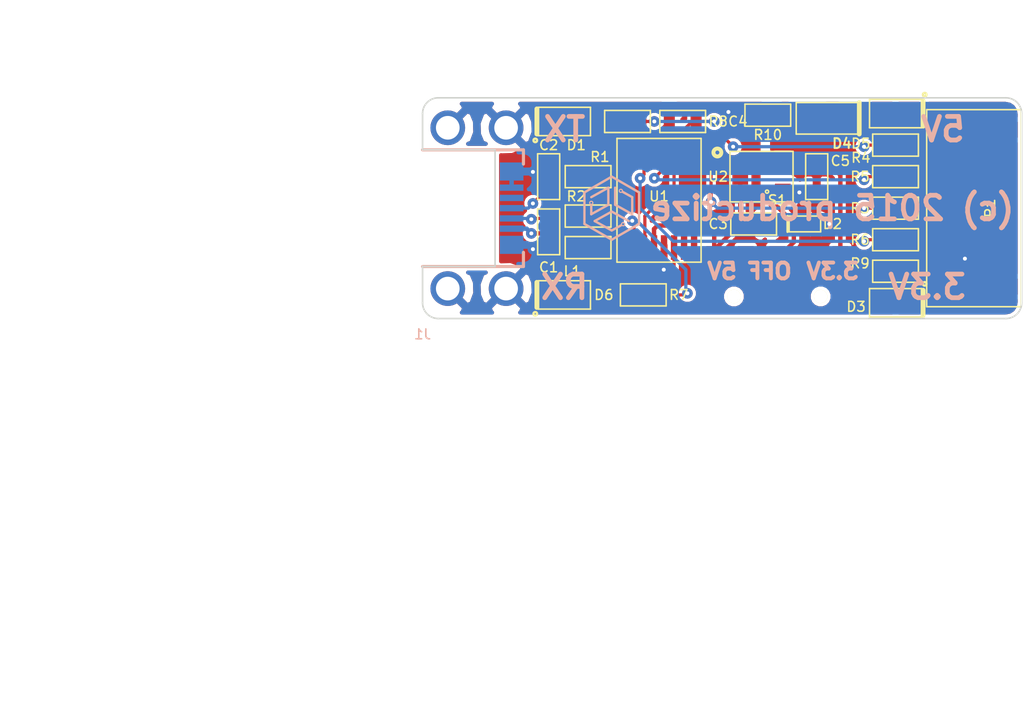
<source format=kicad_pcb>
(kicad_pcb (version 4) (host pcbnew "(2015-05-31 BZR 5692)-product")

  (general
    (links 55)
    (no_connects 0)
    (area 182.949999 57.949999 221.050001 72.050001)
    (thickness 1.6)
    (drawings 22)
    (tracks 193)
    (zones 0)
    (modules 28)
    (nets 30)
  )

  (page A4)
  (layers
    (0 F.Cu signal)
    (31 B.Cu signal)
    (32 B.Adhes user)
    (33 F.Adhes user)
    (34 B.Paste user)
    (35 F.Paste user)
    (36 B.SilkS user)
    (37 F.SilkS user)
    (38 B.Mask user)
    (39 F.Mask user)
    (40 Dwgs.User user)
    (41 Cmts.User user)
    (42 Eco1.User user)
    (43 Eco2.User user)
    (44 Edge.Cuts user)
    (45 Margin user)
    (46 B.CrtYd user)
    (47 F.CrtYd user)
    (48 B.Fab user)
    (49 F.Fab user)
  )

  (setup
    (last_trace_width 0.2032)
    (trace_clearance 0.1524)
    (zone_clearance 0.2032)
    (zone_45_only no)
    (trace_min 0.1524)
    (segment_width 0.2)
    (edge_width 0.1)
    (via_size 0.675)
    (via_drill 0.25)
    (via_min_size 0.625)
    (via_min_drill 0.25)
    (uvia_size 0.508)
    (uvia_drill 0.127)
    (uvias_allowed no)
    (uvia_min_size 0.508)
    (uvia_min_drill 0.127)
    (pcb_text_width 0.3)
    (pcb_text_size 1.5 1.5)
    (mod_edge_width 0.15)
    (mod_text_size 1 1)
    (mod_text_width 0.15)
    (pad_size 2.2 2.2)
    (pad_drill 1.5)
    (pad_to_mask_clearance 0)
    (aux_axis_origin 0 0)
    (visible_elements 7FFFFF3F)
    (pcbplotparams
      (layerselection 0x010f0_80000001)
      (usegerberextensions true)
      (excludeedgelayer false)
      (linewidth 0.100000)
      (plotframeref false)
      (viasonmask false)
      (mode 1)
      (useauxorigin false)
      (hpglpennumber 1)
      (hpglpenspeed 20)
      (hpglpendiameter 15)
      (hpglpenoverlay 2)
      (psnegative false)
      (psa4output false)
      (plotreference true)
      (plotvalue true)
      (plotinvisibletext false)
      (padsonsilk false)
      (subtractmaskfromsilk false)
      (outputformat 1)
      (mirror false)
      (drillshape 0)
      (scaleselection 1)
      (outputdirectory /tmp))
  )

  (net 0 "")
  (net 1 GND)
  (net 2 +5V)
  (net 3 +3V3)
  (net 4 VCC)
  (net 5 +3.3VP)
  (net 6 /D-)
  (net 7 /D+)
  (net 8 /~RXLED2)
  (net 9 /~RXLED)
  (net 10 /~TXLED2)
  (net 11 /~TXLED)
  (net 12 /VBUS)
  (net 13 /~CTS2)
  (net 14 /TXD2)
  (net 15 /RXD2)
  (net 16 /~RTS2)
  (net 17 /USB+)
  (net 18 /USB-)
  (net 19 /TXD)
  (net 20 /~RTS)
  (net 21 /RXD)
  (net 22 /~CTS)
  (net 23 "Net-(D3-Pad1)")
  (net 24 "Net-(D4-Pad1)")
  (net 25 "Net-(D4-Pad2)")
  (net 26 "Net-(J1-Pad4)")
  (net 27 "Net-(S1-Pad2)")
  (net 28 "Net-(U1-Pad15)")
  (net 29 "Net-(U1-Pad16)")

  (net_class Default "This is the default net class."
    (clearance 0.1524)
    (trace_width 0.2032)
    (via_dia 0.675)
    (via_drill 0.25)
    (uvia_dia 0.508)
    (uvia_drill 0.127)
    (add_net +3.3VP)
    (add_net /D+)
    (add_net /D-)
    (add_net /RXD)
    (add_net /RXD2)
    (add_net /TXD)
    (add_net /TXD2)
    (add_net /USB+)
    (add_net /USB-)
    (add_net /~CTS)
    (add_net /~CTS2)
    (add_net /~RTS)
    (add_net /~RTS2)
    (add_net /~RXLED)
    (add_net /~RXLED2)
    (add_net /~TXLED)
    (add_net /~TXLED2)
    (add_net "Net-(D3-Pad1)")
    (add_net "Net-(D4-Pad1)")
    (add_net "Net-(D4-Pad2)")
    (add_net "Net-(J1-Pad4)")
    (add_net "Net-(S1-Pad2)")
    (add_net "Net-(U1-Pad15)")
    (add_net "Net-(U1-Pad16)")
  )

  (net_class 50Ohm ""
    (clearance 0.1524)
    (trace_width 0.5)
    (via_dia 0.675)
    (via_drill 0.25)
    (uvia_dia 0.508)
    (uvia_drill 0.127)
  )

  (net_class High-Power ""
    (clearance 0.1524)
    (trace_width 0.2794)
    (via_dia 0.675)
    (via_drill 0.25)
    (uvia_dia 0.508)
    (uvia_drill 0.127)
    (add_net +3V3)
    (add_net +5V)
    (add_net /VBUS)
    (add_net GND)
    (add_net VCC)
  )

  (net_class Power ""
    (clearance 0.1524)
    (trace_width 0.2032)
    (via_dia 0.675)
    (via_drill 0.25)
    (uvia_dia 0.508)
    (uvia_drill 0.127)
  )

  (net_class pull ""
    (clearance 0.1524)
    (trace_width 0.1524)
    (via_dia 0.675)
    (via_drill 0.25)
    (uvia_dia 0.508)
    (uvia_drill 0.127)
  )

  (module passive:0603_C (layer F.Cu) (tedit 55A0D649) (tstamp 559D5A49)
    (at 191 66.5 270)
    (descr "Generic 0603 footprint made slightly smaller for more densely populated boards used for resistor and capacitor")
    (path /559D6BDC)
    (fp_text reference C1 (at 2.25 0 360) (layer F.SilkS)
      (effects (font (size 0.625 0.625) (thickness 0.1)))
    )
    (fp_text value 47pF (at 0 1.4 270) (layer F.SilkS) hide
      (effects (font (size 0.625 0.625) (thickness 0.1)))
    )
    (fp_line (start -0.35 -0.45) (end 0.35 -0.45) (layer Dwgs.User) (width 0.1))
    (fp_line (start -0.35 0.45) (end 0.35 0.45) (layer Dwgs.User) (width 0.1))
    (fp_poly (pts (xy -0.85 -0.5) (xy -0.85 0.5) (xy -0.35 0.5) (xy -0.35 -0.5)
      (xy -0.85 -0.5)) (layer Dwgs.User) (width 0.15))
    (fp_poly (pts (xy 0.35 -0.5) (xy 0.35 0.5) (xy 0.85 0.5) (xy 0.85 -0.5)
      (xy 0.35 -0.5)) (layer Dwgs.User) (width 0.15))
    (fp_line (start -1.45 0.7) (end 1.45 0.7) (layer F.SilkS) (width 0.1))
    (fp_line (start 1.45 0.7) (end 1.45 -0.7) (layer F.SilkS) (width 0.1))
    (fp_line (start 1.45 -0.7) (end -1.45 -0.7) (layer F.SilkS) (width 0.1))
    (fp_line (start -1.45 -0.7) (end -1.45 0.7) (layer F.SilkS) (width 0.1))
    (pad 1 smd rect (at -0.85 0 270) (size 0.7 1) (layers F.Cu F.Paste F.Mask)
      (net 6 /D-))
    (pad 2 smd rect (at 0.85 0 270) (size 0.7 1) (layers F.Cu F.Paste F.Mask)
      (net 1 GND))
    (model C_0603J.wrl
      (at (xyz 0 0 0))
      (scale (xyz 1 1 1))
      (rotate (xyz 0 0 0))
    )
  )

  (module passive:0603_C (layer F.Cu) (tedit 55A0D4AE) (tstamp 559D5A4F)
    (at 191 63 90)
    (descr "Generic 0603 footprint made slightly smaller for more densely populated boards used for resistor and capacitor")
    (path /559D6C29)
    (fp_text reference C2 (at 2 0 180) (layer F.SilkS)
      (effects (font (size 0.625 0.625) (thickness 0.1)))
    )
    (fp_text value 47pF (at 0 1.4 90) (layer F.SilkS) hide
      (effects (font (size 0.625 0.625) (thickness 0.1)))
    )
    (fp_line (start -0.35 -0.45) (end 0.35 -0.45) (layer Dwgs.User) (width 0.1))
    (fp_line (start -0.35 0.45) (end 0.35 0.45) (layer Dwgs.User) (width 0.1))
    (fp_poly (pts (xy -0.85 -0.5) (xy -0.85 0.5) (xy -0.35 0.5) (xy -0.35 -0.5)
      (xy -0.85 -0.5)) (layer Dwgs.User) (width 0.15))
    (fp_poly (pts (xy 0.35 -0.5) (xy 0.35 0.5) (xy 0.85 0.5) (xy 0.85 -0.5)
      (xy 0.35 -0.5)) (layer Dwgs.User) (width 0.15))
    (fp_line (start -1.45 0.7) (end 1.45 0.7) (layer F.SilkS) (width 0.1))
    (fp_line (start 1.45 0.7) (end 1.45 -0.7) (layer F.SilkS) (width 0.1))
    (fp_line (start 1.45 -0.7) (end -1.45 -0.7) (layer F.SilkS) (width 0.1))
    (fp_line (start -1.45 -0.7) (end -1.45 0.7) (layer F.SilkS) (width 0.1))
    (pad 1 smd rect (at -0.85 0 90) (size 0.7 1) (layers F.Cu F.Paste F.Mask)
      (net 7 /D+))
    (pad 2 smd rect (at 0.85 0 90) (size 0.7 1) (layers F.Cu F.Paste F.Mask)
      (net 1 GND))
    (model C_0603J.wrl
      (at (xyz 0 0 0))
      (scale (xyz 1 1 1))
      (rotate (xyz 0 0 0))
    )
  )

  (module passive:0603_C (layer F.Cu) (tedit 55A0D699) (tstamp 559D5A55)
    (at 204 66)
    (descr "Generic 0603 footprint made slightly smaller for more densely populated boards used for resistor and capacitor")
    (path /559D6FF0)
    (fp_text reference C3 (at -2.25 0) (layer F.SilkS)
      (effects (font (size 0.625 0.625) (thickness 0.1)))
    )
    (fp_text value 4.7uF (at 0 1.4) (layer F.SilkS) hide
      (effects (font (size 0.625 0.625) (thickness 0.1)))
    )
    (fp_line (start -0.35 -0.45) (end 0.35 -0.45) (layer Dwgs.User) (width 0.1))
    (fp_line (start -0.35 0.45) (end 0.35 0.45) (layer Dwgs.User) (width 0.1))
    (fp_poly (pts (xy -0.85 -0.5) (xy -0.85 0.5) (xy -0.35 0.5) (xy -0.35 -0.5)
      (xy -0.85 -0.5)) (layer Dwgs.User) (width 0.15))
    (fp_poly (pts (xy 0.35 -0.5) (xy 0.35 0.5) (xy 0.85 0.5) (xy 0.85 -0.5)
      (xy 0.35 -0.5)) (layer Dwgs.User) (width 0.15))
    (fp_line (start -1.45 0.7) (end 1.45 0.7) (layer F.SilkS) (width 0.1))
    (fp_line (start 1.45 0.7) (end 1.45 -0.7) (layer F.SilkS) (width 0.1))
    (fp_line (start 1.45 -0.7) (end -1.45 -0.7) (layer F.SilkS) (width 0.1))
    (fp_line (start -1.45 -0.7) (end -1.45 0.7) (layer F.SilkS) (width 0.1))
    (pad 1 smd rect (at -0.85 0) (size 0.7 1) (layers F.Cu F.Paste F.Mask)
      (net 2 +5V))
    (pad 2 smd rect (at 0.85 0) (size 0.7 1) (layers F.Cu F.Paste F.Mask)
      (net 1 GND))
    (model C_0603J.wrl
      (at (xyz 0 0 0))
      (scale (xyz 1 1 1))
      (rotate (xyz 0 0 0))
    )
  )

  (module passive:0603_C (layer F.Cu) (tedit 55A0D6DA) (tstamp 559D5A5B)
    (at 208 63 270)
    (descr "Generic 0603 footprint made slightly smaller for more densely populated boards used for resistor and capacitor")
    (path /559D7067)
    (fp_text reference C5 (at -1 -1.5 360) (layer F.SilkS)
      (effects (font (size 0.625 0.625) (thickness 0.1)))
    )
    (fp_text value 4.7uF (at 0 1.4 270) (layer F.SilkS) hide
      (effects (font (size 0.625 0.625) (thickness 0.1)))
    )
    (fp_line (start -0.35 -0.45) (end 0.35 -0.45) (layer Dwgs.User) (width 0.1))
    (fp_line (start -0.35 0.45) (end 0.35 0.45) (layer Dwgs.User) (width 0.1))
    (fp_poly (pts (xy -0.85 -0.5) (xy -0.85 0.5) (xy -0.35 0.5) (xy -0.35 -0.5)
      (xy -0.85 -0.5)) (layer Dwgs.User) (width 0.15))
    (fp_poly (pts (xy 0.35 -0.5) (xy 0.35 0.5) (xy 0.85 0.5) (xy 0.85 -0.5)
      (xy 0.35 -0.5)) (layer Dwgs.User) (width 0.15))
    (fp_line (start -1.45 0.7) (end 1.45 0.7) (layer F.SilkS) (width 0.1))
    (fp_line (start 1.45 0.7) (end 1.45 -0.7) (layer F.SilkS) (width 0.1))
    (fp_line (start 1.45 -0.7) (end -1.45 -0.7) (layer F.SilkS) (width 0.1))
    (fp_line (start -1.45 -0.7) (end -1.45 0.7) (layer F.SilkS) (width 0.1))
    (pad 1 smd rect (at -0.85 0 270) (size 0.7 1) (layers F.Cu F.Paste F.Mask)
      (net 3 +3V3))
    (pad 2 smd rect (at 0.85 0 270) (size 0.7 1) (layers F.Cu F.Paste F.Mask)
      (net 1 GND))
    (model C_0603J.wrl
      (at (xyz 0 0 0))
      (scale (xyz 1 1 1))
      (rotate (xyz 0 0 0))
    )
  )

  (module led:0805_LED (layer F.Cu) (tedit 55A0D67A) (tstamp 559D5A61)
    (at 192 70.5 180)
    (descr "Generic 0805 footprint with LED direction marker")
    (path /559D5F06)
    (fp_text reference D6 (at -2.5 0 180) (layer F.SilkS)
      (effects (font (size 0.625 0.625) (thickness 0.1)))
    )
    (fp_text value LED (at 0 1.5 180) (layer F.SilkS) hide
      (effects (font (size 0.625 0.625) (thickness 0.1)))
    )
    (fp_circle (center 1.85 -1.2) (end 1.9 -1.1) (layer F.SilkS) (width 0.15))
    (fp_line (start -0.35 -0.65) (end 0.35 -0.65) (layer Dwgs.User) (width 0.1))
    (fp_line (start -0.35 0.65) (end 0.35 0.65) (layer Dwgs.User) (width 0.1))
    (fp_poly (pts (xy -1.1 -0.7) (xy -1.1 0.7) (xy -0.35 0.7) (xy -0.35 -0.7)
      (xy -1.1 -0.7)) (layer Dwgs.User) (width 0.15))
    (fp_poly (pts (xy 0.35 -0.7) (xy 0.35 0.7) (xy 1.1 0.7) (xy 1.1 -0.7)
      (xy 0.35 -0.7)) (layer Dwgs.User) (width 0.15))
    (fp_line (start -1.65 0.9) (end 1.65 0.9) (layer F.SilkS) (width 0.1))
    (fp_line (start 1.65 0.9) (end 1.65 -0.9) (layer F.SilkS) (width 0.1))
    (fp_line (start 1.65 -0.9) (end -1.65 -0.9) (layer F.SilkS) (width 0.1))
    (fp_line (start -1.65 -0.9) (end -1.65 0.9) (layer F.SilkS) (width 0.1))
    (fp_line (start 1.75 0.8) (end 1.75 -0.8) (layer F.SilkS) (width 0.3))
    (pad 1 smd rect (at -0.85 0 180) (size 1.3 1.5) (layers F.Cu F.Paste F.Mask)
      (net 8 /~RXLED2))
    (pad 2 smd rect (at 0.85 0 180) (size 1.3 1.5) (layers F.Cu F.Paste F.Mask)
      (net 9 /~RXLED))
    (model led_0805.wrl
      (at (xyz 0 0 0))
      (scale (xyz 1 1 1))
      (rotate (xyz 0 0 0))
    )
  )

  (module led:0805_LED (layer F.Cu) (tedit 55A0D642) (tstamp 559D5A67)
    (at 192 59.5 180)
    (descr "Generic 0805 footprint with LED direction marker")
    (path /559D5F95)
    (fp_text reference D1 (at -0.75 -1.5 180) (layer F.SilkS)
      (effects (font (size 0.625 0.625) (thickness 0.1)))
    )
    (fp_text value LED (at 0 1.5 180) (layer F.SilkS) hide
      (effects (font (size 0.625 0.625) (thickness 0.1)))
    )
    (fp_circle (center 1.85 -1.2) (end 1.9 -1.1) (layer F.SilkS) (width 0.15))
    (fp_line (start -0.35 -0.65) (end 0.35 -0.65) (layer Dwgs.User) (width 0.1))
    (fp_line (start -0.35 0.65) (end 0.35 0.65) (layer Dwgs.User) (width 0.1))
    (fp_poly (pts (xy -1.1 -0.7) (xy -1.1 0.7) (xy -0.35 0.7) (xy -0.35 -0.7)
      (xy -1.1 -0.7)) (layer Dwgs.User) (width 0.15))
    (fp_poly (pts (xy 0.35 -0.7) (xy 0.35 0.7) (xy 1.1 0.7) (xy 1.1 -0.7)
      (xy 0.35 -0.7)) (layer Dwgs.User) (width 0.15))
    (fp_line (start -1.65 0.9) (end 1.65 0.9) (layer F.SilkS) (width 0.1))
    (fp_line (start 1.65 0.9) (end 1.65 -0.9) (layer F.SilkS) (width 0.1))
    (fp_line (start 1.65 -0.9) (end -1.65 -0.9) (layer F.SilkS) (width 0.1))
    (fp_line (start -1.65 -0.9) (end -1.65 0.9) (layer F.SilkS) (width 0.1))
    (fp_line (start 1.75 0.8) (end 1.75 -0.8) (layer F.SilkS) (width 0.3))
    (pad 1 smd rect (at -0.85 0 180) (size 1.3 1.5) (layers F.Cu F.Paste F.Mask)
      (net 10 /~TXLED2))
    (pad 2 smd rect (at 0.85 0 180) (size 1.3 1.5) (layers F.Cu F.Paste F.Mask)
      (net 11 /~TXLED))
    (model led_0805.wrl
      (at (xyz 0 0 0))
      (scale (xyz 1 1 1))
      (rotate (xyz 0 0 0))
    )
  )

  (module discrete:NXP-PESD-SOD523-SC-79 (layer F.Cu) (tedit 55A0D6A5) (tstamp 559D5A6D)
    (at 207.25 66 180)
    (descr "NXP SOD523 package as used in PESD5V0S1UB")
    (path /559D8AD1)
    (fp_text reference D2 (at -1.75 0 180) (layer F.SilkS)
      (effects (font (size 0.625 0.625) (thickness 0.1)))
    )
    (fp_text value TVS (at 0 1.4 180) (layer F.SilkS) hide
      (effects (font (size 0.625 0.625) (thickness 0.1)))
    )
    (fp_poly (pts (xy -0.9 -0.25) (xy -0.9 0.25) (xy -0.5 0.25) (xy -0.5 -0.25)
      (xy -0.9 -0.25)) (layer Dwgs.User) (width 0))
    (fp_poly (pts (xy 0.5 -0.25) (xy 0.5 0.25) (xy 0.9 0.25) (xy 0.9 -0.25)
      (xy 0.5 -0.25)) (layer Dwgs.User) (width 0))
    (fp_line (start -0.625 0.425) (end 0.625 0.425) (layer Dwgs.User) (width 0.1))
    (fp_line (start 0.625 0.425) (end 0.625 -0.425) (layer Dwgs.User) (width 0.1))
    (fp_line (start 0.625 -0.425) (end -0.625 -0.425) (layer Dwgs.User) (width 0.1))
    (fp_line (start -0.625 -0.425) (end -0.625 0.425) (layer Dwgs.User) (width 0.1))
    (fp_line (start -1 0.5) (end 1 0.5) (layer F.SilkS) (width 0.1))
    (fp_line (start 1 0.5) (end 1 -0.5) (layer F.SilkS) (width 0.1))
    (fp_line (start 1 -0.5) (end -1 -0.5) (layer F.SilkS) (width 0.1))
    (fp_line (start -1 -0.5) (end -1 0.5) (layer F.SilkS) (width 0.1))
    (fp_line (start 1.1 0.5) (end 1.1 -0.5) (layer F.SilkS) (width 0.15))
    (pad 1 smd rect (at -0.7 0 180) (size 0.5 0.6) (layers F.Cu F.Paste F.Mask)
      (net 1 GND))
    (pad 2 smd rect (at 0.7 0 180) (size 0.5 0.6) (layers F.Cu F.Paste F.Mask)
      (net 4 VCC))
  )

  (module led:0805_LED (layer F.Cu) (tedit 55A0D6DE) (tstamp 559D5A73)
    (at 213 71)
    (descr "Generic 0805 footprint with LED direction marker")
    (path /559DA0D6)
    (fp_text reference D3 (at -2.5 0.25) (layer F.SilkS)
      (effects (font (size 0.625 0.625) (thickness 0.1)))
    )
    (fp_text value LED (at 0 1.5) (layer F.SilkS) hide
      (effects (font (size 0.625 0.625) (thickness 0.1)))
    )
    (fp_circle (center 1.85 -1.2) (end 1.9 -1.1) (layer F.SilkS) (width 0.15))
    (fp_line (start -0.35 -0.65) (end 0.35 -0.65) (layer Dwgs.User) (width 0.1))
    (fp_line (start -0.35 0.65) (end 0.35 0.65) (layer Dwgs.User) (width 0.1))
    (fp_poly (pts (xy -1.1 -0.7) (xy -1.1 0.7) (xy -0.35 0.7) (xy -0.35 -0.7)
      (xy -1.1 -0.7)) (layer Dwgs.User) (width 0.15))
    (fp_poly (pts (xy 0.35 -0.7) (xy 0.35 0.7) (xy 1.1 0.7) (xy 1.1 -0.7)
      (xy 0.35 -0.7)) (layer Dwgs.User) (width 0.15))
    (fp_line (start -1.65 0.9) (end 1.65 0.9) (layer F.SilkS) (width 0.1))
    (fp_line (start 1.65 0.9) (end 1.65 -0.9) (layer F.SilkS) (width 0.1))
    (fp_line (start 1.65 -0.9) (end -1.65 -0.9) (layer F.SilkS) (width 0.1))
    (fp_line (start -1.65 -0.9) (end -1.65 0.9) (layer F.SilkS) (width 0.1))
    (fp_line (start 1.75 0.8) (end 1.75 -0.8) (layer F.SilkS) (width 0.3))
    (pad 1 smd rect (at -0.85 0) (size 1.3 1.5) (layers F.Cu F.Paste F.Mask)
      (net 23 "Net-(D3-Pad1)"))
    (pad 2 smd rect (at 0.85 0) (size 1.3 1.5) (layers F.Cu F.Paste F.Mask)
      (net 1 GND))
    (model led_0805.wrl
      (at (xyz 0 0 0))
      (scale (xyz 1 1 1))
      (rotate (xyz 0 0 0))
    )
  )

  (module led:0805_LED (layer F.Cu) (tedit 55BA42E5) (tstamp 559D5A7F)
    (at 213 59)
    (descr "Generic 0805 footprint with LED direction marker")
    (path /559DA899)
    (fp_text reference D5 (at -2.2 1.9 180) (layer F.SilkS)
      (effects (font (size 0.625 0.625) (thickness 0.1)))
    )
    (fp_text value LED (at 0 1.5) (layer F.SilkS) hide
      (effects (font (size 0.625 0.625) (thickness 0.1)))
    )
    (fp_circle (center 1.85 -1.2) (end 1.9 -1.1) (layer F.SilkS) (width 0.15))
    (fp_line (start -0.35 -0.65) (end 0.35 -0.65) (layer Dwgs.User) (width 0.1))
    (fp_line (start -0.35 0.65) (end 0.35 0.65) (layer Dwgs.User) (width 0.1))
    (fp_poly (pts (xy -1.1 -0.7) (xy -1.1 0.7) (xy -0.35 0.7) (xy -0.35 -0.7)
      (xy -1.1 -0.7)) (layer Dwgs.User) (width 0.15))
    (fp_poly (pts (xy 0.35 -0.7) (xy 0.35 0.7) (xy 1.1 0.7) (xy 1.1 -0.7)
      (xy 0.35 -0.7)) (layer Dwgs.User) (width 0.15))
    (fp_line (start -1.65 0.9) (end 1.65 0.9) (layer F.SilkS) (width 0.1))
    (fp_line (start 1.65 0.9) (end 1.65 -0.9) (layer F.SilkS) (width 0.1))
    (fp_line (start 1.65 -0.9) (end -1.65 -0.9) (layer F.SilkS) (width 0.1))
    (fp_line (start -1.65 -0.9) (end -1.65 0.9) (layer F.SilkS) (width 0.1))
    (fp_line (start 1.75 0.8) (end 1.75 -0.8) (layer F.SilkS) (width 0.3))
    (pad 1 smd rect (at -0.85 0) (size 1.3 1.5) (layers F.Cu F.Paste F.Mask)
      (net 25 "Net-(D4-Pad2)"))
    (pad 2 smd rect (at 0.85 0) (size 1.3 1.5) (layers F.Cu F.Paste F.Mask)
      (net 1 GND))
    (model led_0805.wrl
      (at (xyz 0 0 0))
      (scale (xyz 1 1 1))
      (rotate (xyz 0 0 0))
    )
  )

  (module conn:USB-MICRO-B-FCI-10103593-0001LF (layer B.Cu) (tedit 559D5A17) (tstamp 559D5A8E)
    (at 183 65)
    (descr "RS 714-2338")
    (path /559D51DB)
    (fp_text reference J1 (at 0 8) (layer B.SilkS)
      (effects (font (size 0.625 0.625) (thickness 0.1)) (justify mirror))
    )
    (fp_text value MICRO-USB-B-alt (at 0.564315 11.9899) (layer B.SilkS) hide
      (effects (font (thickness 0.15)) (justify mirror))
    )
    (fp_line (start 0 -4.7) (end 0 4.7) (layer Dwgs.User) (width 0.2))
    (fp_line (start 0 3.7) (end -0.62 3.7) (layer Dwgs.User) (width 0.2))
    (fp_line (start 0 -3.7) (end -0.62 -3.7) (layer Dwgs.User) (width 0.2))
    (fp_line (start -0.62 -3.7) (end -0.62 3.7) (layer Dwgs.User) (width 0.2))
    (fp_line (start 0 3.7) (end 6.4 3.7) (layer B.SilkS) (width 0.2))
    (fp_line (start 0 -3.7) (end 6.4 -3.7) (layer B.SilkS) (width 0.2))
    (fp_line (start 6.4 3.7) (end 6.4 2.8) (layer B.SilkS) (width 0.2))
    (fp_line (start 6.4 -3.7) (end 6.4 -2.8) (layer B.SilkS) (width 0.2))
    (fp_line (start 4.6 3.7) (end 4.6 -3.7) (layer Dwgs.User) (width 0.2))
    (pad 10 thru_hole circle (at 5.3 -5.1) (size 2.2 2.2) (drill 1.5) (layers *.Cu *.Mask)
      (net 1 GND))
    (pad 11 thru_hole circle (at 5.3 5.1 180) (size 2.2 2.2) (drill 1.5) (layers *.Cu *.Mask)
      (net 1 GND))
    (pad 8 thru_hole circle (at 1.6 -5.1) (size 2.2 2.2) (drill 1.5) (layers *.Cu *.Mask)
      (net 1 GND))
    (pad 9 thru_hole circle (at 1.6 5.1 180) (size 2.2 2.2) (drill 1.5) (layers *.Cu *.Mask)
      (net 1 GND))
    (pad 1 smd rect (at 5.65 1.3) (size 1.5 0.4) (layers B.Cu B.Paste B.Mask)
      (net 12 /VBUS))
    (pad 2 smd rect (at 5.65 0.65) (size 1.5 0.4) (layers B.Cu B.Paste B.Mask)
      (net 6 /D-))
    (pad 3 smd rect (at 5.65 0) (size 1.5 0.4) (layers B.Cu B.Paste B.Mask)
      (net 7 /D+))
    (pad 4 smd rect (at 5.65 -0.65) (size 1.5 0.4) (layers B.Cu B.Paste B.Mask)
      (net 26 "Net-(J1-Pad4)"))
    (pad 5 smd rect (at 5.65 -1.3) (size 1.5 0.4) (layers B.Cu B.Paste B.Mask)
      (net 1 GND))
    (pad 7 smd rect (at 5.65 2.325) (size 1.5 1.15) (layers B.Cu B.Paste B.Mask)
      (net 1 GND))
    (pad 6 smd rect (at 5.65 -2.325) (size 1.5 1.15) (layers B.Cu B.Paste B.Mask)
      (net 1 GND))
  )

  (module passive:0603_L (layer F.Cu) (tedit 55A0D648) (tstamp 559D5A94)
    (at 193.5 67.5)
    (descr "Generic 0603 footprint made slightly smaller for more densely populated boards used for resistor and capacitor")
    (path /559D5323)
    (fp_text reference L1 (at -1 1.5) (layer F.SilkS)
      (effects (font (size 0.625 0.625) (thickness 0.1)))
    )
    (fp_text value FB (at 0 1.4) (layer F.SilkS) hide
      (effects (font (size 0.625 0.625) (thickness 0.1)))
    )
    (fp_line (start -0.35 -0.45) (end 0.35 -0.45) (layer Dwgs.User) (width 0.1))
    (fp_line (start -0.35 0.45) (end 0.35 0.45) (layer Dwgs.User) (width 0.1))
    (fp_poly (pts (xy -0.85 -0.5) (xy -0.85 0.5) (xy -0.35 0.5) (xy -0.35 -0.5)
      (xy -0.85 -0.5)) (layer Dwgs.User) (width 0.15))
    (fp_poly (pts (xy 0.35 -0.5) (xy 0.35 0.5) (xy 0.85 0.5) (xy 0.85 -0.5)
      (xy 0.35 -0.5)) (layer Dwgs.User) (width 0.15))
    (fp_line (start -1.45 0.7) (end 1.45 0.7) (layer F.SilkS) (width 0.1))
    (fp_line (start 1.45 0.7) (end 1.45 -0.7) (layer F.SilkS) (width 0.1))
    (fp_line (start 1.45 -0.7) (end -1.45 -0.7) (layer F.SilkS) (width 0.1))
    (fp_line (start -1.45 -0.7) (end -1.45 0.7) (layer F.SilkS) (width 0.1))
    (pad 1 smd rect (at -0.85 0) (size 0.7 1) (layers F.Cu F.Paste F.Mask)
      (net 12 /VBUS))
    (pad 2 smd rect (at 0.85 0) (size 0.7 1) (layers F.Cu F.Paste F.Mask)
      (net 2 +5V))
    (model C_0603J.wrl
      (at (xyz 0 0 0))
      (scale (xyz 1 1 1))
      (rotate (xyz 0 0 0))
    )
  )

  (module conn:JST-eGH-1.25mm-SMD-top-6 (layer F.Cu) (tedit 55A0D5B6) (tstamp 559D5AAD)
    (at 216 65 90)
    (path /559D4B38)
    (fp_text reference P1 (at 0 3 90) (layer F.SilkS)
      (effects (font (size 0.625 0.625) (thickness 0.1)))
    )
    (fp_text value CONN_01X06 (at 0 7 90) (layer F.SilkS) hide
      (effects (font (thickness 0.15)))
    )
    (fp_line (start -6 4.45) (end 6 4.45) (layer Dwgs.User) (width 0.1))
    (fp_line (start 6 4.45) (end 6 0.2) (layer Dwgs.User) (width 0.1))
    (fp_line (start 6 0.2) (end -6 0.2) (layer Dwgs.User) (width 0.1))
    (fp_line (start -6 0.2) (end -6 4.45) (layer Dwgs.User) (width 0.1))
    (fp_line (start -6.25 4.975) (end 6.25 4.975) (layer F.SilkS) (width 0.1))
    (fp_line (start 6.25 4.975) (end 6.25 -1.025) (layer F.SilkS) (width 0.1))
    (fp_line (start 6.25 -1.025) (end -6.25 -1.025) (layer F.SilkS) (width 0.1))
    (fp_line (start -6.25 -1.025) (end -6.25 4.975) (layer F.SilkS) (width 0.1))
    (pad 1 smd rect (at -3.125 0 90) (size 0.6 1.7) (layers F.Cu F.Paste F.Mask)
      (net 1 GND))
    (pad 2 smd rect (at -1.875 0 90) (size 0.6 1.7) (layers F.Cu F.Paste F.Mask)
      (net 13 /~CTS2))
    (pad 3 smd rect (at -0.625 0 90) (size 0.6 1.7) (layers F.Cu F.Paste F.Mask)
      (net 4 VCC))
    (pad 4 smd rect (at 0.625 0 90) (size 0.6 1.7) (layers F.Cu F.Paste F.Mask)
      (net 14 /TXD2))
    (pad 5 smd rect (at 1.875 0 90) (size 0.6 1.7) (layers F.Cu F.Paste F.Mask)
      (net 15 /RXD2))
    (pad 6 smd rect (at 3.125 0 90) (size 0.6 1.7) (layers F.Cu F.Paste F.Mask)
      (net 16 /~RTS2))
    (pad 7 smd rect (at -4.975 3.35 90) (size 1 2.8) (layers F.Cu F.Paste F.Mask))
    (pad 8 smd rect (at 4.975 3.35 90) (size 1 2.8) (layers F.Cu F.Paste F.Mask))
  )

  (module passive:0603_R (layer F.Cu) (tedit 55A0D644) (tstamp 559D5AB3)
    (at 193.5 63)
    (descr "Generic 0603 footprint made slightly smaller for more densely populated boards used for resistor and capacitor")
    (path /559D54BF)
    (fp_text reference R1 (at 0.75 -1.25) (layer F.SilkS)
      (effects (font (size 0.625 0.625) (thickness 0.1)))
    )
    (fp_text value 27 (at 0 1.4) (layer F.SilkS) hide
      (effects (font (size 0.625 0.625) (thickness 0.1)))
    )
    (fp_line (start -0.35 -0.45) (end 0.35 -0.45) (layer Dwgs.User) (width 0.1))
    (fp_line (start -0.35 0.45) (end 0.35 0.45) (layer Dwgs.User) (width 0.1))
    (fp_poly (pts (xy -0.85 -0.5) (xy -0.85 0.5) (xy -0.35 0.5) (xy -0.35 -0.5)
      (xy -0.85 -0.5)) (layer Dwgs.User) (width 0.15))
    (fp_poly (pts (xy 0.35 -0.5) (xy 0.35 0.5) (xy 0.85 0.5) (xy 0.85 -0.5)
      (xy 0.35 -0.5)) (layer Dwgs.User) (width 0.15))
    (fp_line (start -1.45 0.7) (end 1.45 0.7) (layer F.SilkS) (width 0.1))
    (fp_line (start 1.45 0.7) (end 1.45 -0.7) (layer F.SilkS) (width 0.1))
    (fp_line (start 1.45 -0.7) (end -1.45 -0.7) (layer F.SilkS) (width 0.1))
    (fp_line (start -1.45 -0.7) (end -1.45 0.7) (layer F.SilkS) (width 0.1))
    (pad 1 smd rect (at -0.85 0) (size 0.7 1) (layers F.Cu F.Paste F.Mask)
      (net 7 /D+))
    (pad 2 smd rect (at 0.85 0) (size 0.7 1) (layers F.Cu F.Paste F.Mask)
      (net 17 /USB+))
    (model R_0603.wrl
      (at (xyz 0 0 0))
      (scale (xyz 1 1 1))
      (rotate (xyz 0 0 0))
    )
  )

  (module passive:0603_R (layer F.Cu) (tedit 55A0D646) (tstamp 559D5AB9)
    (at 193.5 65.5)
    (descr "Generic 0603 footprint made slightly smaller for more densely populated boards used for resistor and capacitor")
    (path /559D546F)
    (fp_text reference R2 (at -0.75 -1.25) (layer F.SilkS)
      (effects (font (size 0.625 0.625) (thickness 0.1)))
    )
    (fp_text value 27 (at 0 1.4) (layer F.SilkS) hide
      (effects (font (size 0.625 0.625) (thickness 0.1)))
    )
    (fp_line (start -0.35 -0.45) (end 0.35 -0.45) (layer Dwgs.User) (width 0.1))
    (fp_line (start -0.35 0.45) (end 0.35 0.45) (layer Dwgs.User) (width 0.1))
    (fp_poly (pts (xy -0.85 -0.5) (xy -0.85 0.5) (xy -0.35 0.5) (xy -0.35 -0.5)
      (xy -0.85 -0.5)) (layer Dwgs.User) (width 0.15))
    (fp_poly (pts (xy 0.35 -0.5) (xy 0.35 0.5) (xy 0.85 0.5) (xy 0.85 -0.5)
      (xy 0.35 -0.5)) (layer Dwgs.User) (width 0.15))
    (fp_line (start -1.45 0.7) (end 1.45 0.7) (layer F.SilkS) (width 0.1))
    (fp_line (start 1.45 0.7) (end 1.45 -0.7) (layer F.SilkS) (width 0.1))
    (fp_line (start 1.45 -0.7) (end -1.45 -0.7) (layer F.SilkS) (width 0.1))
    (fp_line (start -1.45 -0.7) (end -1.45 0.7) (layer F.SilkS) (width 0.1))
    (pad 1 smd rect (at -0.85 0) (size 0.7 1) (layers F.Cu F.Paste F.Mask)
      (net 6 /D-))
    (pad 2 smd rect (at 0.85 0) (size 0.7 1) (layers F.Cu F.Paste F.Mask)
      (net 18 /USB-))
    (model R_0603.wrl
      (at (xyz 0 0 0))
      (scale (xyz 1 1 1))
      (rotate (xyz 0 0 0))
    )
  )

  (module passive:0603_R (layer F.Cu) (tedit 55A0D6B3) (tstamp 559D5ABF)
    (at 213 65)
    (descr "Generic 0603 footprint made slightly smaller for more densely populated boards used for resistor and capacitor")
    (path /559D6285)
    (fp_text reference R3 (at -2.25 0 180) (layer F.SilkS)
      (effects (font (size 0.625 0.625) (thickness 0.1)))
    )
    (fp_text value 27 (at 0 1.4) (layer F.SilkS) hide
      (effects (font (size 0.625 0.625) (thickness 0.1)))
    )
    (fp_line (start -0.35 -0.45) (end 0.35 -0.45) (layer Dwgs.User) (width 0.1))
    (fp_line (start -0.35 0.45) (end 0.35 0.45) (layer Dwgs.User) (width 0.1))
    (fp_poly (pts (xy -0.85 -0.5) (xy -0.85 0.5) (xy -0.35 0.5) (xy -0.35 -0.5)
      (xy -0.85 -0.5)) (layer Dwgs.User) (width 0.15))
    (fp_poly (pts (xy 0.35 -0.5) (xy 0.35 0.5) (xy 0.85 0.5) (xy 0.85 -0.5)
      (xy 0.35 -0.5)) (layer Dwgs.User) (width 0.15))
    (fp_line (start -1.45 0.7) (end 1.45 0.7) (layer F.SilkS) (width 0.1))
    (fp_line (start 1.45 0.7) (end 1.45 -0.7) (layer F.SilkS) (width 0.1))
    (fp_line (start 1.45 -0.7) (end -1.45 -0.7) (layer F.SilkS) (width 0.1))
    (fp_line (start -1.45 -0.7) (end -1.45 0.7) (layer F.SilkS) (width 0.1))
    (pad 1 smd rect (at -0.85 0) (size 0.7 1) (layers F.Cu F.Paste F.Mask)
      (net 19 /TXD))
    (pad 2 smd rect (at 0.85 0) (size 0.7 1) (layers F.Cu F.Paste F.Mask)
      (net 14 /TXD2))
    (model R_0603.wrl
      (at (xyz 0 0 0))
      (scale (xyz 1 1 1))
      (rotate (xyz 0 0 0))
    )
  )

  (module passive:0603_R (layer F.Cu) (tedit 55BA42E9) (tstamp 559D5AC5)
    (at 213 61)
    (descr "Generic 0603 footprint made slightly smaller for more densely populated boards used for resistor and capacitor")
    (path /559D630B)
    (fp_text reference R4 (at -2.2 0.8 180) (layer F.SilkS)
      (effects (font (size 0.625 0.625) (thickness 0.1)))
    )
    (fp_text value 27 (at 0 1.4) (layer F.SilkS) hide
      (effects (font (size 0.625 0.625) (thickness 0.1)))
    )
    (fp_line (start -0.35 -0.45) (end 0.35 -0.45) (layer Dwgs.User) (width 0.1))
    (fp_line (start -0.35 0.45) (end 0.35 0.45) (layer Dwgs.User) (width 0.1))
    (fp_poly (pts (xy -0.85 -0.5) (xy -0.85 0.5) (xy -0.35 0.5) (xy -0.35 -0.5)
      (xy -0.85 -0.5)) (layer Dwgs.User) (width 0.15))
    (fp_poly (pts (xy 0.35 -0.5) (xy 0.35 0.5) (xy 0.85 0.5) (xy 0.85 -0.5)
      (xy 0.35 -0.5)) (layer Dwgs.User) (width 0.15))
    (fp_line (start -1.45 0.7) (end 1.45 0.7) (layer F.SilkS) (width 0.1))
    (fp_line (start 1.45 0.7) (end 1.45 -0.7) (layer F.SilkS) (width 0.1))
    (fp_line (start 1.45 -0.7) (end -1.45 -0.7) (layer F.SilkS) (width 0.1))
    (fp_line (start -1.45 -0.7) (end -1.45 0.7) (layer F.SilkS) (width 0.1))
    (pad 1 smd rect (at -0.85 0) (size 0.7 1) (layers F.Cu F.Paste F.Mask)
      (net 20 /~RTS))
    (pad 2 smd rect (at 0.85 0) (size 0.7 1) (layers F.Cu F.Paste F.Mask)
      (net 16 /~RTS2))
    (model R_0603.wrl
      (at (xyz 0 0 0))
      (scale (xyz 1 1 1))
      (rotate (xyz 0 0 0))
    )
  )

  (module passive:0603_R (layer F.Cu) (tedit 55A0D6B1) (tstamp 559D5ACB)
    (at 213 63)
    (descr "Generic 0603 footprint made slightly smaller for more densely populated boards used for resistor and capacitor")
    (path /559D62DD)
    (fp_text reference R5 (at -2.25 0 180) (layer F.SilkS)
      (effects (font (size 0.625 0.625) (thickness 0.1)))
    )
    (fp_text value 27 (at 0 1.4) (layer F.SilkS) hide
      (effects (font (size 0.625 0.625) (thickness 0.1)))
    )
    (fp_line (start -0.35 -0.45) (end 0.35 -0.45) (layer Dwgs.User) (width 0.1))
    (fp_line (start -0.35 0.45) (end 0.35 0.45) (layer Dwgs.User) (width 0.1))
    (fp_poly (pts (xy -0.85 -0.5) (xy -0.85 0.5) (xy -0.35 0.5) (xy -0.35 -0.5)
      (xy -0.85 -0.5)) (layer Dwgs.User) (width 0.15))
    (fp_poly (pts (xy 0.35 -0.5) (xy 0.35 0.5) (xy 0.85 0.5) (xy 0.85 -0.5)
      (xy 0.35 -0.5)) (layer Dwgs.User) (width 0.15))
    (fp_line (start -1.45 0.7) (end 1.45 0.7) (layer F.SilkS) (width 0.1))
    (fp_line (start 1.45 0.7) (end 1.45 -0.7) (layer F.SilkS) (width 0.1))
    (fp_line (start 1.45 -0.7) (end -1.45 -0.7) (layer F.SilkS) (width 0.1))
    (fp_line (start -1.45 -0.7) (end -1.45 0.7) (layer F.SilkS) (width 0.1))
    (pad 1 smd rect (at -0.85 0) (size 0.7 1) (layers F.Cu F.Paste F.Mask)
      (net 21 /RXD))
    (pad 2 smd rect (at 0.85 0) (size 0.7 1) (layers F.Cu F.Paste F.Mask)
      (net 15 /RXD2))
    (model R_0603.wrl
      (at (xyz 0 0 0))
      (scale (xyz 1 1 1))
      (rotate (xyz 0 0 0))
    )
  )

  (module passive:0603_R (layer F.Cu) (tedit 55A0D6B6) (tstamp 559D5AD1)
    (at 213 67)
    (descr "Generic 0603 footprint made slightly smaller for more densely populated boards used for resistor and capacitor")
    (path /559D6343)
    (fp_text reference R6 (at -2.25 0 180) (layer F.SilkS)
      (effects (font (size 0.625 0.625) (thickness 0.1)))
    )
    (fp_text value 27 (at 0 1.4) (layer F.SilkS) hide
      (effects (font (size 0.625 0.625) (thickness 0.1)))
    )
    (fp_line (start -0.35 -0.45) (end 0.35 -0.45) (layer Dwgs.User) (width 0.1))
    (fp_line (start -0.35 0.45) (end 0.35 0.45) (layer Dwgs.User) (width 0.1))
    (fp_poly (pts (xy -0.85 -0.5) (xy -0.85 0.5) (xy -0.35 0.5) (xy -0.35 -0.5)
      (xy -0.85 -0.5)) (layer Dwgs.User) (width 0.15))
    (fp_poly (pts (xy 0.35 -0.5) (xy 0.35 0.5) (xy 0.85 0.5) (xy 0.85 -0.5)
      (xy 0.35 -0.5)) (layer Dwgs.User) (width 0.15))
    (fp_line (start -1.45 0.7) (end 1.45 0.7) (layer F.SilkS) (width 0.1))
    (fp_line (start 1.45 0.7) (end 1.45 -0.7) (layer F.SilkS) (width 0.1))
    (fp_line (start 1.45 -0.7) (end -1.45 -0.7) (layer F.SilkS) (width 0.1))
    (fp_line (start -1.45 -0.7) (end -1.45 0.7) (layer F.SilkS) (width 0.1))
    (pad 1 smd rect (at -0.85 0) (size 0.7 1) (layers F.Cu F.Paste F.Mask)
      (net 22 /~CTS))
    (pad 2 smd rect (at 0.85 0) (size 0.7 1) (layers F.Cu F.Paste F.Mask)
      (net 13 /~CTS2))
    (model R_0603.wrl
      (at (xyz 0 0 0))
      (scale (xyz 1 1 1))
      (rotate (xyz 0 0 0))
    )
  )

  (module passive:0603_R (layer F.Cu) (tedit 55A0D67E) (tstamp 559D5AD7)
    (at 197 70.5)
    (descr "Generic 0603 footprint made slightly smaller for more densely populated boards used for resistor and capacitor")
    (path /559D5FBD)
    (fp_text reference R7 (at 2.25 0) (layer F.SilkS)
      (effects (font (size 0.625 0.625) (thickness 0.1)))
    )
    (fp_text value 1k (at 0 1.4) (layer F.SilkS) hide
      (effects (font (size 0.625 0.625) (thickness 0.1)))
    )
    (fp_line (start -0.35 -0.45) (end 0.35 -0.45) (layer Dwgs.User) (width 0.1))
    (fp_line (start -0.35 0.45) (end 0.35 0.45) (layer Dwgs.User) (width 0.1))
    (fp_poly (pts (xy -0.85 -0.5) (xy -0.85 0.5) (xy -0.35 0.5) (xy -0.35 -0.5)
      (xy -0.85 -0.5)) (layer Dwgs.User) (width 0.15))
    (fp_poly (pts (xy 0.35 -0.5) (xy 0.35 0.5) (xy 0.85 0.5) (xy 0.85 -0.5)
      (xy 0.35 -0.5)) (layer Dwgs.User) (width 0.15))
    (fp_line (start -1.45 0.7) (end 1.45 0.7) (layer F.SilkS) (width 0.1))
    (fp_line (start 1.45 0.7) (end 1.45 -0.7) (layer F.SilkS) (width 0.1))
    (fp_line (start 1.45 -0.7) (end -1.45 -0.7) (layer F.SilkS) (width 0.1))
    (fp_line (start -1.45 -0.7) (end -1.45 0.7) (layer F.SilkS) (width 0.1))
    (pad 1 smd rect (at -0.85 0) (size 0.7 1) (layers F.Cu F.Paste F.Mask)
      (net 8 /~RXLED2))
    (pad 2 smd rect (at 0.85 0) (size 0.7 1) (layers F.Cu F.Paste F.Mask)
      (net 5 +3.3VP))
    (model R_0603.wrl
      (at (xyz 0 0 0))
      (scale (xyz 1 1 1))
      (rotate (xyz 0 0 0))
    )
  )

  (module passive:0603_R (layer F.Cu) (tedit 55B60C44) (tstamp 559D5ADD)
    (at 196 59.5)
    (descr "Generic 0603 footprint made slightly smaller for more densely populated boards used for resistor and capacitor")
    (path /559D6037)
    (fp_text reference R8 (at 5.75 0) (layer F.SilkS)
      (effects (font (size 0.625 0.625) (thickness 0.1)))
    )
    (fp_text value 1k (at 0 1.4) (layer F.SilkS) hide
      (effects (font (size 0.625 0.625) (thickness 0.1)))
    )
    (fp_line (start -0.35 -0.45) (end 0.35 -0.45) (layer Dwgs.User) (width 0.1))
    (fp_line (start -0.35 0.45) (end 0.35 0.45) (layer Dwgs.User) (width 0.1))
    (fp_poly (pts (xy -0.85 -0.5) (xy -0.85 0.5) (xy -0.35 0.5) (xy -0.35 -0.5)
      (xy -0.85 -0.5)) (layer Dwgs.User) (width 0.15))
    (fp_poly (pts (xy 0.35 -0.5) (xy 0.35 0.5) (xy 0.85 0.5) (xy 0.85 -0.5)
      (xy 0.35 -0.5)) (layer Dwgs.User) (width 0.15))
    (fp_line (start -1.45 0.7) (end 1.45 0.7) (layer F.SilkS) (width 0.1))
    (fp_line (start 1.45 0.7) (end 1.45 -0.7) (layer F.SilkS) (width 0.1))
    (fp_line (start 1.45 -0.7) (end -1.45 -0.7) (layer F.SilkS) (width 0.1))
    (fp_line (start -1.45 -0.7) (end -1.45 0.7) (layer F.SilkS) (width 0.1))
    (pad 1 smd rect (at -0.85 0) (size 0.7 1) (layers F.Cu F.Paste F.Mask)
      (net 10 /~TXLED2))
    (pad 2 smd rect (at 0.85 0) (size 0.7 1) (layers F.Cu F.Paste F.Mask)
      (net 5 +3.3VP))
    (model R_0603.wrl
      (at (xyz 0 0 0))
      (scale (xyz 1 1 1))
      (rotate (xyz 0 0 0))
    )
  )

  (module passive:0603_R (layer F.Cu) (tedit 55A0D6D2) (tstamp 559D5AE3)
    (at 213 69)
    (descr "Generic 0603 footprint made slightly smaller for more densely populated boards used for resistor and capacitor")
    (path /559DAA74)
    (fp_text reference R9 (at -2.25 -0.5) (layer F.SilkS)
      (effects (font (size 0.625 0.625) (thickness 0.1)))
    )
    (fp_text value 1k (at 0 1.4) (layer F.SilkS) hide
      (effects (font (size 0.625 0.625) (thickness 0.1)))
    )
    (fp_line (start -0.35 -0.45) (end 0.35 -0.45) (layer Dwgs.User) (width 0.1))
    (fp_line (start -0.35 0.45) (end 0.35 0.45) (layer Dwgs.User) (width 0.1))
    (fp_poly (pts (xy -0.85 -0.5) (xy -0.85 0.5) (xy -0.35 0.5) (xy -0.35 -0.5)
      (xy -0.85 -0.5)) (layer Dwgs.User) (width 0.15))
    (fp_poly (pts (xy 0.35 -0.5) (xy 0.35 0.5) (xy 0.85 0.5) (xy 0.85 -0.5)
      (xy 0.35 -0.5)) (layer Dwgs.User) (width 0.15))
    (fp_line (start -1.45 0.7) (end 1.45 0.7) (layer F.SilkS) (width 0.1))
    (fp_line (start 1.45 0.7) (end 1.45 -0.7) (layer F.SilkS) (width 0.1))
    (fp_line (start 1.45 -0.7) (end -1.45 -0.7) (layer F.SilkS) (width 0.1))
    (fp_line (start -1.45 -0.7) (end -1.45 0.7) (layer F.SilkS) (width 0.1))
    (pad 1 smd rect (at -0.85 0) (size 0.7 1) (layers F.Cu F.Paste F.Mask)
      (net 4 VCC))
    (pad 2 smd rect (at 0.85 0) (size 0.7 1) (layers F.Cu F.Paste F.Mask)
      (net 23 "Net-(D3-Pad1)"))
    (model R_0603.wrl
      (at (xyz 0 0 0))
      (scale (xyz 1 1 1))
      (rotate (xyz 0 0 0))
    )
  )

  (module passive:0603_R (layer F.Cu) (tedit 55A0D582) (tstamp 559D5AE9)
    (at 204.9 59.1)
    (descr "Generic 0603 footprint made slightly smaller for more densely populated boards used for resistor and capacitor")
    (path /559DA465)
    (fp_text reference R10 (at 0 1.25) (layer F.SilkS)
      (effects (font (size 0.625 0.625) (thickness 0.1)))
    )
    (fp_text value 1k (at 0 1.4) (layer F.SilkS) hide
      (effects (font (size 0.625 0.625) (thickness 0.1)))
    )
    (fp_line (start -0.35 -0.45) (end 0.35 -0.45) (layer Dwgs.User) (width 0.1))
    (fp_line (start -0.35 0.45) (end 0.35 0.45) (layer Dwgs.User) (width 0.1))
    (fp_poly (pts (xy -0.85 -0.5) (xy -0.85 0.5) (xy -0.35 0.5) (xy -0.35 -0.5)
      (xy -0.85 -0.5)) (layer Dwgs.User) (width 0.15))
    (fp_poly (pts (xy 0.35 -0.5) (xy 0.35 0.5) (xy 0.85 0.5) (xy 0.85 -0.5)
      (xy 0.35 -0.5)) (layer Dwgs.User) (width 0.15))
    (fp_line (start -1.45 0.7) (end 1.45 0.7) (layer F.SilkS) (width 0.1))
    (fp_line (start 1.45 0.7) (end 1.45 -0.7) (layer F.SilkS) (width 0.1))
    (fp_line (start 1.45 -0.7) (end -1.45 -0.7) (layer F.SilkS) (width 0.1))
    (fp_line (start -1.45 -0.7) (end -1.45 0.7) (layer F.SilkS) (width 0.1))
    (pad 1 smd rect (at -0.85 0) (size 0.7 1) (layers F.Cu F.Paste F.Mask)
      (net 4 VCC))
    (pad 2 smd rect (at 0.85 0) (size 0.7 1) (layers F.Cu F.Paste F.Mask)
      (net 24 "Net-(D4-Pad1)"))
    (model R_0603.wrl
      (at (xyz 0 0 0))
      (scale (xyz 1 1 1))
      (rotate (xyz 0 0 0))
    )
  )

  (module ic_generic:SOT-23A_larger_pads (layer F.Cu) (tedit 55A0D68F) (tstamp 559D5B04)
    (at 204.5 63 90)
    (descr "generic SOT-23A footprint larger pads for easuer soldering and better thermal connection")
    (path /559D65D1)
    (fp_text reference U2 (at 0 -2.75 180) (layer F.SilkS)
      (effects (font (size 0.625 0.625) (thickness 0.1)))
    )
    (fp_text value MCP1703-alt (at 0 2.6 90) (layer F.SilkS) hide
      (effects (font (size 0.625 0.625) (thickness 0.1)))
    )
    (fp_line (start -1.5 0.9) (end 1.5 0.9) (layer Dwgs.User) (width 0.1))
    (fp_line (start 1.5 0.9) (end 1.5 -0.9) (layer Dwgs.User) (width 0.1))
    (fp_line (start 1.5 -0.9) (end -1.5 -0.9) (layer Dwgs.User) (width 0.1))
    (fp_line (start -1.5 -0.9) (end -1.5 0.9) (layer Dwgs.User) (width 0.1))
    (fp_line (start -1.6 2) (end 1.6 2) (layer F.SilkS) (width 0.1))
    (fp_line (start 1.6 2) (end 1.6 -2) (layer F.SilkS) (width 0.1))
    (fp_line (start 1.6 -2) (end -1.6 -2) (layer F.SilkS) (width 0.1))
    (fp_line (start -1.6 -2) (end -1.6 2) (layer F.SilkS) (width 0.1))
    (fp_poly (pts (xy -0.25 -1.65) (xy -0.25 -0.85) (xy 0.25 -0.85) (xy 0.25 -1.65)
      (xy -0.25 -1.65)) (layer Dwgs.User) (width 0.15))
    (fp_poly (pts (xy -1.2 0.85) (xy -1.2 1.65) (xy -0.7 1.65) (xy -0.7 0.85)
      (xy -1.2 0.85)) (layer Dwgs.User) (width 0.15))
    (fp_poly (pts (xy 0.7 0.85) (xy 0.7 1.65) (xy 1.2 1.65) (xy 1.2 0.85)
      (xy 0.7 0.85)) (layer Dwgs.User) (width 0.15))
    (fp_circle (center -0.95 0.35) (end -0.879289 0.420711) (layer F.SilkS) (width 0.1))
    (pad 1 smd rect (at -0.95 1.35 90) (size 1 1) (layers F.Cu F.Paste F.Mask)
      (net 1 GND))
    (pad 2 smd rect (at 0.95 1.35 90) (size 1 1) (layers F.Cu F.Paste F.Mask)
      (net 3 +3V3) (solder_paste_margin -0.3))
    (pad 3 smd rect (at 0 -1.35 90) (size 1 1) (layers F.Cu F.Paste F.Mask)
      (net 2 +5V) (thermal_gap 0.5))
    (model SOT23_3.wrl
      (at (xyz 0 0 0))
      (scale (xyz 1 1 1))
      (rotate (xyz 0 0 0))
    )
  )

  (module ic_other:FTDI-FT230X-SSOP16 (layer F.Cu) (tedit 55A0D559) (tstamp 559EAEE7)
    (at 198 64.5 270)
    (descr "according to FT231X document")
    (path /559D526A)
    (fp_text reference U1 (at -0.25 0 360) (layer F.SilkS)
      (effects (font (size 0.625 0.625) (thickness 0.1)))
    )
    (fp_text value FTDI-FT230X (at 0 5.18 270) (layer F.SilkS) hide
      (effects (font (size 0.625 0.625) (thickness 0.1)))
    )
    (fp_circle (center -3.031325 -3.7) (end -2.854548 -3.523223) (layer F.SilkS) (width 0.25))
    (fp_line (start -1.9558 2.4511) (end 1.9558 2.4511) (layer Dwgs.User) (width 0.1))
    (fp_line (start 1.9558 2.4511) (end 1.9558 -2.4511) (layer Dwgs.User) (width 0.1))
    (fp_line (start 1.9558 -2.4511) (end -1.9558 -2.4511) (layer Dwgs.User) (width 0.1))
    (fp_line (start -1.9558 -2.4511) (end -1.9558 2.4511) (layer Dwgs.User) (width 0.1))
    (fp_line (start -3.9226 2.667) (end 3.9226 2.667) (layer F.SilkS) (width 0.1))
    (fp_line (start 3.9226 2.667) (end 3.9226 -2.667) (layer F.SilkS) (width 0.1))
    (fp_line (start 3.9226 -2.667) (end -3.9226 -2.667) (layer F.SilkS) (width 0.1))
    (fp_line (start -3.9226 -2.667) (end -3.9226 2.667) (layer F.SilkS) (width 0.1))
    (pad 1 smd rect (at -2.996325 -2.2225 90) (size 1.5621 0.4048) (layers F.Cu F.Paste F.Mask)
      (net 19 /TXD))
    (pad 2 smd rect (at -2.996325 -1.5875 90) (size 1.5621 0.4048) (layers F.Cu F.Paste F.Mask)
      (net 20 /~RTS))
    (pad 3 smd rect (at -2.996325 -0.9525 90) (size 1.5621 0.4048) (layers F.Cu F.Paste F.Mask)
      (net 5 +3.3VP))
    (pad 4 smd rect (at -2.996325 -0.3175 90) (size 1.5621 0.4048) (layers F.Cu F.Paste F.Mask)
      (net 21 /RXD))
    (pad 5 smd rect (at -2.996325 0.3175 90) (size 1.5621 0.4048) (layers F.Cu F.Paste F.Mask)
      (net 1 GND))
    (pad 6 smd rect (at -2.996325 0.9525 90) (size 1.5621 0.4048) (layers F.Cu F.Paste F.Mask)
      (net 22 /~CTS))
    (pad 7 smd rect (at -2.996325 1.5875 90) (size 1.5621 0.4048) (layers F.Cu F.Paste F.Mask)
      (net 11 /~TXLED))
    (pad 8 smd rect (at -2.996325 2.2225 90) (size 1.5621 0.4048) (layers F.Cu F.Paste F.Mask)
      (net 17 /USB+))
    (pad 9 smd rect (at 2.996325 2.2225 270) (size 1.5621 0.4048) (layers F.Cu F.Paste F.Mask)
      (net 18 /USB-))
    (pad 10 smd rect (at 2.996325 1.5875 270) (size 1.5621 0.4048) (layers F.Cu F.Paste F.Mask)
      (net 5 +3.3VP))
    (pad 11 smd rect (at 2.996325 0.9525 270) (size 1.5621 0.4048) (layers F.Cu F.Paste F.Mask)
      (net 5 +3.3VP))
    (pad 12 smd rect (at 2.996325 0.3175 270) (size 1.5621 0.4048) (layers F.Cu F.Paste F.Mask)
      (net 2 +5V))
    (pad 13 smd rect (at 2.996325 -0.3175 270) (size 1.5621 0.4048) (layers F.Cu F.Paste F.Mask)
      (net 1 GND))
    (pad 14 smd rect (at 2.996325 -0.9525 270) (size 1.5621 0.4048) (layers F.Cu F.Paste F.Mask)
      (net 9 /~RXLED))
    (pad 15 smd rect (at 2.996325 -1.5875 270) (size 1.5621 0.4048) (layers F.Cu F.Paste F.Mask)
      (net 28 "Net-(U1-Pad15)"))
    (pad 16 smd rect (at 2.996325 -2.2225 270) (size 1.5621 0.4048) (layers F.Cu F.Paste F.Mask)
      (net 29 "Net-(U1-Pad16)"))
  )

  (module passive:0603_C (layer F.Cu) (tedit 55B60C45) (tstamp 559EB425)
    (at 199.5 59.5 180)
    (descr "Generic 0603 footprint made slightly smaller for more densely populated boards used for resistor and capacitor")
    (path /559E757F)
    (fp_text reference C4 (at -3.5 0 180) (layer F.SilkS)
      (effects (font (size 0.625 0.625) (thickness 0.1)))
    )
    (fp_text value 100nF (at 0 1.4 180) (layer F.SilkS) hide
      (effects (font (size 0.625 0.625) (thickness 0.1)))
    )
    (fp_line (start -0.35 -0.45) (end 0.35 -0.45) (layer Dwgs.User) (width 0.1))
    (fp_line (start -0.35 0.45) (end 0.35 0.45) (layer Dwgs.User) (width 0.1))
    (fp_poly (pts (xy -0.85 -0.5) (xy -0.85 0.5) (xy -0.35 0.5) (xy -0.35 -0.5)
      (xy -0.85 -0.5)) (layer Dwgs.User) (width 0.15))
    (fp_poly (pts (xy 0.35 -0.5) (xy 0.35 0.5) (xy 0.85 0.5) (xy 0.85 -0.5)
      (xy 0.35 -0.5)) (layer Dwgs.User) (width 0.15))
    (fp_line (start -1.45 0.7) (end 1.45 0.7) (layer F.SilkS) (width 0.1))
    (fp_line (start 1.45 0.7) (end 1.45 -0.7) (layer F.SilkS) (width 0.1))
    (fp_line (start 1.45 -0.7) (end -1.45 -0.7) (layer F.SilkS) (width 0.1))
    (fp_line (start -1.45 -0.7) (end -1.45 0.7) (layer F.SilkS) (width 0.1))
    (pad 1 smd rect (at -0.85 0 180) (size 0.7 1) (layers F.Cu F.Paste F.Mask)
      (net 5 +3.3VP))
    (pad 2 smd rect (at 0.85 0 180) (size 0.7 1) (layers F.Cu F.Paste F.Mask)
      (net 1 GND))
    (model C_0603J.wrl
      (at (xyz 0 0 0))
      (scale (xyz 1 1 1))
      (rotate (xyz 0 0 0))
    )
  )

  (module logo:productize-logo_2 (layer B.Cu) (tedit 0) (tstamp 55A15EA9)
    (at 195 65)
    (fp_text reference "" (at 0 0) (layer B.SilkS)
      (effects (font (thickness 0.15)) (justify mirror))
    )
    (fp_text value "" (at 0 0) (layer B.SilkS)
      (effects (font (thickness 0.15)) (justify mirror))
    )
    (fp_line (start 1.732051 -1) (end 1.732051 1) (layer B.SilkS) (width 0.15))
    (fp_line (start -1.732051 -1) (end -1.732051 1) (layer B.SilkS) (width 0.15))
    (fp_line (start 0 2) (end 1.732051 1) (layer B.SilkS) (width 0.15))
    (fp_line (start 0 -2) (end 1.732051 -1) (layer B.SilkS) (width 0.15))
    (fp_line (start 0 2) (end -1.732051 1) (layer B.SilkS) (width 0.15))
    (fp_line (start 0 -2) (end -1.732051 -1) (layer B.SilkS) (width 0.15))
    (fp_line (start 1.299038 0.382733) (end 1.299038 -0.699799) (layer B.SilkS) (width 0.15))
    (fp_line (start 0.216506 -0.216506) (end 1.299038 0.382733) (layer B.SilkS) (width 0.15))
    (fp_line (start 0.216506 -0.216506) (end 0.216506 -1.299038) (layer B.SilkS) (width 0.15))
    (fp_line (start 1.299038 -0.699799) (end 0.712667 -1.024387) (layer B.SilkS) (width 0.15))
    (fp_line (start 0 0.216506) (end 1.082532 0.815745) (layer B.SilkS) (width 0.15))
    (fp_line (start 0 0.216506) (end -1.082532 0.815745) (layer B.SilkS) (width 0.15))
    (fp_line (start 0 1.414985) (end 0.586371 1.090397) (layer B.SilkS) (width 0.15))
    (fp_line (start 0 1.414985) (end -1.082532 0.815745) (layer B.SilkS) (width 0.15))
    (fp_line (start -1.299038 0.382733) (end -1.299038 -0.203639) (layer B.SilkS) (width 0.15))
    (fp_line (start -0.216506 -0.216506) (end -1.299038 0.382733) (layer B.SilkS) (width 0.15))
    (fp_line (start -0.216506 -0.216506) (end -0.216506 -1.299038) (layer B.SilkS) (width 0.15))
    (fp_line (start -1.299038 -0.699799) (end -0.216506 -1.299038) (layer B.SilkS) (width 0.15))
    (fp_circle (center 0.57735 -1.099292) (end 0.648061 -1.170002) (layer B.SilkS) (width 0.075))
    (fp_circle (center 0.721688 1.015492) (end 0.792399 0.944781) (layer B.SilkS) (width 0.075))
    (fp_circle (center -1.299038 -0.338955) (end -1.228327 -0.409666) (layer B.SilkS) (width 0.075))
  )

  (module button:C_K_AYZ0103AGRLC-ST3P-Switch (layer F.Cu) (tedit 55A0E574) (tstamp 559EB42D)
    (at 205.5 68)
    (descr "2x3 pin pinheader SMD")
    (path /559EB3AB)
    (fp_text reference S1 (at 0 -3.5) (layer F.SilkS)
      (effects (font (size 0.625 0.625) (thickness 0.1)))
    )
    (fp_text value C_K_AYZ0103AGRLC_SP3T_Switch (at 0 0) (layer F.SilkS) hide
      (effects (font (thickness 0.15)))
    )
    (fp_line (start -4.9 4.1) (end 4.9 4.1) (layer Dwgs.User) (width 0.1))
    (fp_line (start 4.9 4.1) (end 4.9 1.1) (layer Dwgs.User) (width 0.1))
    (fp_line (start 4.9 1.1) (end -4.9 1.1) (layer Dwgs.User) (width 0.1))
    (fp_line (start -4.9 1.1) (end -4.9 4.1) (layer Dwgs.User) (width 0.1))
    (pad 1 smd rect (at -4 0) (size 1 1.2) (layers F.Cu F.Paste F.Mask)
      (net 2 +5V))
    (pad 2 smd rect (at -2 0) (size 1 1.2) (layers F.Cu F.Paste F.Mask)
      (net 27 "Net-(S1-Pad2)"))
    (pad 3 smd rect (at 0 0) (size 1 1.2) (layers F.Cu F.Paste F.Mask)
      (net 4 VCC))
    (pad 4 smd rect (at 4 0) (size 1 1.2) (layers F.Cu F.Paste F.Mask)
      (net 3 +3V3))
    (pad "" np_thru_hole circle (at -2.75 2.6) (size 0.85 0.85) (drill 0.85) (layers *.Cu *.Mask F.SilkS))
    (pad "" np_thru_hole circle (at 2.75 2.6) (size 0.85 0.85) (drill 0.85) (layers *.Cu *.Mask F.SilkS))
  )

  (module discrete:NXP-SOD323-larger (layer F.Cu) (tedit 55BA42EC) (tstamp 55BA42A3)
    (at 208.7 59.3)
    (descr "NXP SOD323 package as used in 1PS76SB40")
    (path /559DA7D3)
    (fp_text reference D4 (at 0.9 1.6) (layer F.SilkS)
      (effects (font (size 0.625 0.625) (thickness 0.125)))
    )
    (fp_text value "3V drop" (at 0.2 -3.3) (layer F.SilkS) hide
      (effects (font (thickness 0.15)))
    )
    (fp_text user NAME (at 0 -2) (layer F.SilkS) hide
      (effects (font (size 0.625 0.625) (thickness 0.1)))
    )
    (fp_text user VALUE (at 0 1.6) (layer F.SilkS) hide
      (effects (font (size 0.625 0.625) (thickness 0.1)))
    )
    (fp_poly (pts (xy -1.35 -0.25) (xy -1.35 0.25) (xy -0.85 0.25) (xy -0.85 -0.25)
      (xy -1.35 -0.25)) (layer Dwgs.User) (width 0))
    (fp_poly (pts (xy 0.85 -0.25) (xy 0.85 0.25) (xy 1.35 0.25) (xy 1.35 -0.25)
      (xy 0.85 -0.25)) (layer Dwgs.User) (width 0))
    (fp_line (start -1.05 0.825) (end 1.05 0.825) (layer Dwgs.User) (width 0.1))
    (fp_line (start 1.05 0.825) (end 1.05 -0.825) (layer Dwgs.User) (width 0.1))
    (fp_line (start 1.05 -0.825) (end -1.05 -0.825) (layer Dwgs.User) (width 0.1))
    (fp_line (start -1.05 -0.825) (end -1.05 0.825) (layer Dwgs.User) (width 0.1))
    (fp_line (start -2 1) (end 2 1) (layer F.SilkS) (width 0.1))
    (fp_line (start 2 1) (end 2 -1) (layer F.SilkS) (width 0.1))
    (fp_line (start 2 -1) (end -2 -1) (layer F.SilkS) (width 0.1))
    (fp_line (start -2 -1) (end -2 1) (layer F.SilkS) (width 0.1))
    (fp_line (start 2 1) (end 2 -1) (layer F.SilkS) (width 0.3))
    (pad 1 smd rect (at -1.25 0) (size 0.9 0.9) (layers F.Cu F.Paste F.Mask)
      (net 24 "Net-(D4-Pad1)"))
    (pad 2 smd rect (at 1.25 0) (size 0.9 0.9) (layers F.Cu F.Paste F.Mask)
      (net 25 "Net-(D4-Pad2)"))
  )

  (gr_text OFF (at 205 69) (layer B.SilkS)
    (effects (font (size 1 1) (thickness 0.25)) (justify mirror))
  )
  (gr_text 3.3V (at 209 69) (layer B.SilkS)
    (effects (font (size 1 1) (thickness 0.25)) (justify mirror))
  )
  (gr_text 5V (at 202 69) (layer B.SilkS)
    (effects (font (size 1 1) (thickness 0.25)) (justify mirror))
  )
  (gr_text 3.3V (at 215 70) (layer B.SilkS)
    (effects (font (size 1.5 1.5) (thickness 0.3)) (justify mirror))
  )
  (gr_text 5V (at 216 60) (layer B.SilkS)
    (effects (font (size 1.5 1.5) (thickness 0.3)) (justify mirror))
  )
  (gr_text RX (at 192 70) (layer B.SilkS)
    (effects (font (size 1.5 1.5) (thickness 0.3)) (justify mirror))
  )
  (gr_text TX (at 192 60) (layer B.SilkS)
    (effects (font (size 1.5 1.5) (thickness 0.3)) (justify mirror))
  )
  (gr_line (start 183 59) (end 183 61.3) (angle 90) (layer Edge.Cuts) (width 0.1))
  (gr_circle (center 178.6 68.8) (end 176.1 68.7) (layer Eco2.User) (width 0.2))
  (gr_line (start 183 71) (end 183 68.7) (angle 90) (layer Edge.Cuts) (width 0.1))
  (gr_line (start 220 72) (end 184 72) (angle 90) (layer Edge.Cuts) (width 0.1))
  (gr_line (start 221 59) (end 221 71) (angle 90) (layer Edge.Cuts) (width 0.1))
  (gr_line (start 220 58) (end 184 58) (angle 90) (layer Edge.Cuts) (width 0.1))
  (gr_arc (start 220 59) (end 220 58) (angle 90) (layer Edge.Cuts) (width 0.1))
  (gr_arc (start 220 71) (end 221 71) (angle 90) (layer Edge.Cuts) (width 0.1))
  (gr_arc (start 184 71) (end 184 72) (angle 90) (layer Edge.Cuts) (width 0.1))
  (gr_arc (start 184 59) (end 183 59) (angle 90) (layer Edge.Cuts) (width 0.1))
  (gr_text "(c) 2015 productize" (at 209 65) (layer B.SilkS)
    (effects (font (size 1.5 1.5) (thickness 0.3)) (justify mirror))
  )
  (gr_line (start 187.6 68.7) (end 183 68.7) (angle 90) (layer Edge.Cuts) (width 0.1))
  (gr_line (start 187.6 61.3) (end 187.6 68.7) (angle 90) (layer Edge.Cuts) (width 0.1))
  (gr_line (start 187.6 61.3) (end 183 61.3) (angle 90) (layer Edge.Cuts) (width 0.1))
  (dimension 14 (width 0.3) (layer Dwgs.User)
    (gr_text "14.000 mm" (at 178.15 65 270) (layer Dwgs.User)
      (effects (font (size 1.5 1.5) (thickness 0.3)))
    )
    (feature1 (pts (xy 183 72) (xy 176.8 72)))
    (feature2 (pts (xy 183 58) (xy 176.8 58)))
    (crossbar (pts (xy 179.5 58) (xy 179.5 72)))
    (arrow1a (pts (xy 179.5 72) (xy 178.913579 70.873496)))
    (arrow1b (pts (xy 179.5 72) (xy 180.086421 70.873496)))
    (arrow2a (pts (xy 179.5 58) (xy 178.913579 59.126504)))
    (arrow2b (pts (xy 179.5 58) (xy 180.086421 59.126504)))
  )
  (dimension 38 (width 0.3) (layer Dwgs.User)
    (gr_text "38.000 mm" (at 202 53.65) (layer Dwgs.User)
      (effects (font (size 1.5 1.5) (thickness 0.3)))
    )
    (feature1 (pts (xy 221 58) (xy 221 52.3)))
    (feature2 (pts (xy 183 58) (xy 183 52.3)))
    (crossbar (pts (xy 183 55) (xy 221 55)))
    (arrow1a (pts (xy 221 55) (xy 219.873496 55.586421)))
    (arrow1b (pts (xy 221 55) (xy 219.873496 54.413579)))
    (arrow2a (pts (xy 183 55) (xy 184.126504 55.586421)))
    (arrow2b (pts (xy 183 55) (xy 184.126504 54.413579)))
  )

  (segment (start 205.85 63.95) (end 206.85 63.95) (width 0.2794) (layer F.Cu) (net 1))
  (via (at 206.9 64) (size 0.675) (layers F.Cu B.Cu) (net 1))
  (segment (start 206.85 63.95) (end 206.9 64) (width 0.2794) (layer F.Cu) (net 1) (tstamp 55A0E3F8))
  (segment (start 216 68.125) (end 217.325 68.125) (width 0.2794) (layer F.Cu) (net 1))
  (via (at 217.4 68.2) (size 0.675) (layers F.Cu B.Cu) (net 1))
  (segment (start 217.325 68.125) (end 217.4 68.2) (width 0.2794) (layer F.Cu) (net 1) (tstamp 55A0E3E8))
  (segment (start 207.95 66) (end 208.8 66) (width 0.2794) (layer F.Cu) (net 1))
  (via (at 208.8 66) (size 0.675) (layers F.Cu B.Cu) (net 1))
  (segment (start 198.3175 67.496325) (end 198.3175 68.8825) (width 0.2794) (layer F.Cu) (net 1))
  (via (at 198.3 68.9) (size 0.675) (layers F.Cu B.Cu) (net 1))
  (segment (start 198.3175 68.8825) (end 198.3 68.9) (width 0.2794) (layer F.Cu) (net 1) (tstamp 55A0E3C0))
  (segment (start 198.65 59.5) (end 198.65 59.25) (width 0.2794) (layer F.Cu) (net 1))
  (segment (start 198.65 59.25) (end 199.3 58.6) (width 0.2794) (layer F.Cu) (net 1) (tstamp 55A0E371))
  (via (at 202.4 58.9) (size 0.675) (layers F.Cu B.Cu) (net 1))
  (segment (start 202.1 58.6) (end 202.4 58.9) (width 0.2794) (layer F.Cu) (net 1) (tstamp 55A0E37A))
  (segment (start 199.3 58.6) (end 202.1 58.6) (width 0.2794) (layer F.Cu) (net 1) (tstamp 55A0E379))
  (segment (start 189.725 67.325) (end 190 67.6) (width 0.2794) (layer B.Cu) (net 1) (tstamp 55A0DB10))
  (via (at 190 67.6) (size 0.675) (layers F.Cu B.Cu) (net 1))
  (segment (start 190 67.6) (end 190.25 67.35) (width 0.2794) (layer F.Cu) (net 1) (tstamp 55A0DB12))
  (segment (start 190.25 67.35) (end 191 67.35) (width 0.2794) (layer F.Cu) (net 1) (tstamp 55A0DB13))
  (segment (start 188.65 67.325) (end 189.725 67.325) (width 0.2794) (layer B.Cu) (net 1))
  (segment (start 188.3 62.325) (end 188.65 62.675) (width 0.2794) (layer B.Cu) (net 1) (tstamp 55A0DB17))
  (segment (start 188.65 62.675) (end 188.3 62.325) (width 0.2794) (layer B.Cu) (net 1) (tstamp 55A0DB16))
  (segment (start 188.65 63.7) (end 188.65 62.675) (width 0.2794) (layer B.Cu) (net 1))
  (via (at 190 62.7) (size 0.675) (layers F.Cu B.Cu) (net 1))
  (segment (start 190 62.7) (end 189.975 62.675) (width 0.2794) (layer B.Cu) (net 1) (tstamp 55A0DB20))
  (segment (start 189.975 62.675) (end 188.65 62.675) (width 0.2794) (layer B.Cu) (net 1) (tstamp 55A0DB21))
  (segment (start 190.55 62.15) (end 190 62.7) (width 0.2794) (layer F.Cu) (net 1) (tstamp 55A0DB1E))
  (segment (start 191 62.15) (end 190.55 62.15) (width 0.2794) (layer F.Cu) (net 1))
  (segment (start 198.65 59.55) (end 198.65 59.5) (width 0.2794) (layer F.Cu) (net 1) (tstamp 55A0DB45))
  (segment (start 197.6825 60.5175) (end 198.65 59.55) (width 0.2794) (layer F.Cu) (net 1) (tstamp 55A0DB44))
  (segment (start 197.6825 61.503675) (end 197.6825 60.5175) (width 0.2794) (layer F.Cu) (net 1))
  (segment (start 205.95 63.85) (end 205.85 63.95) (width 0.2794) (layer F.Cu) (net 1) (tstamp 55A0DBAA))
  (segment (start 208 63.85) (end 205.95 63.85) (width 0.2794) (layer F.Cu) (net 1))
  (segment (start 197.6825 68.6175) (end 197.4 68.9) (width 0.2794) (layer F.Cu) (net 2) (tstamp 55A0DB26))
  (segment (start 197.4 68.9) (end 194.9 68.9) (width 0.2794) (layer F.Cu) (net 2) (tstamp 55A0DB27))
  (segment (start 194.9 68.9) (end 194.35 68.35) (width 0.2794) (layer F.Cu) (net 2) (tstamp 55A0DB28))
  (segment (start 194.35 68.35) (end 194.35 67.5) (width 0.2794) (layer F.Cu) (net 2) (tstamp 55A0DB29))
  (segment (start 197.6825 67.496325) (end 197.6825 68.6175) (width 0.2794) (layer F.Cu) (net 2))
  (segment (start 201.5 66.7) (end 200.9 66.1) (width 0.2794) (layer F.Cu) (net 2) (tstamp 55A0DB34))
  (segment (start 200.9 66.1) (end 197.9 66.1) (width 0.2794) (layer F.Cu) (net 2) (tstamp 55A0DB35))
  (segment (start 197.9 66.1) (end 197.6825 66.3175) (width 0.2794) (layer F.Cu) (net 2) (tstamp 55A0DB36))
  (segment (start 197.6825 66.3175) (end 197.6825 67.496325) (width 0.2794) (layer F.Cu) (net 2) (tstamp 55A0DB37))
  (segment (start 201.5 68) (end 201.5 66.7) (width 0.2794) (layer F.Cu) (net 2))
  (segment (start 201.5 67.65) (end 203.15 66) (width 0.2794) (layer F.Cu) (net 2) (tstamp 55A0DB81))
  (segment (start 201.5 68) (end 201.5 67.65) (width 0.2794) (layer F.Cu) (net 2))
  (segment (start 203.15 66) (end 203.15 63) (width 0.2794) (layer F.Cu) (net 2))
  (segment (start 205.95 62.15) (end 205.85 62.05) (width 0.2794) (layer F.Cu) (net 3) (tstamp 55A0DBA8))
  (segment (start 208 62.15) (end 205.95 62.15) (width 0.2794) (layer F.Cu) (net 3))
  (segment (start 209.5 62.9) (end 208.75 62.15) (width 0.2794) (layer F.Cu) (net 3) (tstamp 55A0DBAC))
  (segment (start 208.75 62.15) (end 208 62.15) (width 0.2794) (layer F.Cu) (net 3) (tstamp 55A0DBAD))
  (segment (start 209.5 68) (end 209.5 62.9) (width 0.2794) (layer F.Cu) (net 3))
  (segment (start 204.7 64.4) (end 204.3 64) (width 0.2794) (layer F.Cu) (net 4))
  (segment (start 204.3 64) (end 204.3 59.35) (width 0.2794) (layer F.Cu) (net 4) (tstamp 55BA431D) (status 800000))
  (segment (start 204.3 59.35) (end 204.05 59.1) (width 0.2794) (layer F.Cu) (net 4) (tstamp 55BA431E) (status C00000))
  (segment (start 211.6 69) (end 210.9 69.7) (width 0.2794) (layer F.Cu) (net 4) (tstamp 55A0DB86))
  (segment (start 210.9 69.7) (end 206 69.7) (width 0.2794) (layer F.Cu) (net 4) (tstamp 55A0DB87))
  (segment (start 206 69.7) (end 205.5 69.2) (width 0.2794) (layer F.Cu) (net 4) (tstamp 55A0DB88))
  (segment (start 205.5 69.2) (end 205.5 68) (width 0.2794) (layer F.Cu) (net 4) (tstamp 55A0DB89))
  (segment (start 212.15 69) (end 211.6 69) (width 0.2794) (layer F.Cu) (net 4))
  (segment (start 206.55 67.15) (end 206.55 66) (width 0.2794) (layer F.Cu) (net 4) (tstamp 55A0DB8C))
  (segment (start 205.7 68) (end 206.55 67.15) (width 0.2794) (layer F.Cu) (net 4) (tstamp 55A0DB8B))
  (segment (start 205.5 68) (end 205.7 68) (width 0.2794) (layer F.Cu) (net 4))
  (segment (start 212.8 68) (end 214.5 68) (width 0.2794) (layer F.Cu) (net 4) (tstamp 55A0DB97))
  (segment (start 214.5 68) (end 215 67.5) (width 0.2794) (layer F.Cu) (net 4) (tstamp 55A0DB98))
  (segment (start 215 67.5) (end 217.2 67.5) (width 0.2794) (layer F.Cu) (net 4) (tstamp 55A0DB99))
  (segment (start 217.2 67.5) (end 217.4 67.3) (width 0.2794) (layer F.Cu) (net 4) (tstamp 55A0DB9A))
  (segment (start 217.4 67.3) (end 217.4 66.1) (width 0.2794) (layer F.Cu) (net 4) (tstamp 55A0DB9B))
  (segment (start 217.4 66.1) (end 216.925 65.625) (width 0.2794) (layer F.Cu) (net 4) (tstamp 55A0DB9C))
  (segment (start 216.925 65.625) (end 216 65.625) (width 0.2794) (layer F.Cu) (net 4) (tstamp 55A0DB9D))
  (segment (start 212.15 68.65) (end 212.8 68) (width 0.2794) (layer F.Cu) (net 4) (tstamp 55A0DB96))
  (segment (start 212.15 69) (end 212.15 68.65) (width 0.2794) (layer F.Cu) (net 4))
  (segment (start 205.5 64.9) (end 205.2 64.9) (width 0.2794) (layer F.Cu) (net 4) (tstamp 55A0DBB0))
  (segment (start 205.2 64.9) (end 204.7 64.4) (width 0.2794) (layer F.Cu) (net 4) (tstamp 55A0DBB1))
  (segment (start 206.55 65.95) (end 205.5 64.9) (width 0.2794) (layer F.Cu) (net 4) (tstamp 55A0DBAF))
  (segment (start 206.55 66) (end 206.55 65.95) (width 0.2794) (layer F.Cu) (net 4))
  (segment (start 197.85 70.5) (end 199.7 70.5) (width 0.2032) (layer F.Cu) (net 5))
  (segment (start 199.7 68.9) (end 199.2 68.4) (width 0.2032) (layer B.Cu) (net 5) (tstamp 55A0E3A3))
  (segment (start 199.7 70.3) (end 199.7 68.9) (width 0.2032) (layer B.Cu) (net 5) (tstamp 55A0E3A2))
  (segment (start 199.8 70.4) (end 199.7 70.3) (width 0.2032) (layer B.Cu) (net 5) (tstamp 55A0E3A1))
  (via (at 199.8 70.4) (size 0.675) (layers F.Cu B.Cu) (net 5))
  (segment (start 199.7 70.5) (end 199.8 70.4) (width 0.2032) (layer F.Cu) (net 5) (tstamp 55A0E39C))
  (segment (start 200.35 59.5) (end 201.5 59.5) (width 0.2032) (layer F.Cu) (net 5))
  (segment (start 197.7 59.5) (end 196.85 59.5) (width 0.2032) (layer F.Cu) (net 5) (tstamp 55A0E358))
  (via (at 197.7 59.5) (size 0.675) (layers F.Cu B.Cu) (net 5))
  (segment (start 201.5 59.5) (end 197.7 59.5) (width 0.2032) (layer B.Cu) (net 5) (tstamp 55A0E353))
  (via (at 201.5 59.5) (size 0.675) (layers F.Cu B.Cu) (net 5))
  (segment (start 200.1 59.5) (end 200.35 59.5) (width 0.2032) (layer F.Cu) (net 5) (tstamp 55A0DB49))
  (segment (start 198.9525 60.6475) (end 200.1 59.5) (width 0.2032) (layer F.Cu) (net 5) (tstamp 55A0DB48))
  (segment (start 198.9525 61.503675) (end 198.9525 60.6475) (width 0.2032) (layer F.Cu) (net 5))
  (segment (start 196.85 59.15) (end 196.85 59.5) (width 0.2032) (layer F.Cu) (net 5) (tstamp 55A0DB4E))
  (segment (start 197.1 67.443825) (end 197.0475 67.496325) (width 0.2032) (layer F.Cu) (net 5) (tstamp 55A0DB66))
  (segment (start 198.9525 63.6475) (end 197.1 65.5) (width 0.2032) (layer F.Cu) (net 5) (tstamp 55A0DB63))
  (segment (start 197.1 65.5) (end 197.1 67.443825) (width 0.2032) (layer F.Cu) (net 5) (tstamp 55A0DB65))
  (segment (start 198.9525 61.503675) (end 198.9525 63.6475) (width 0.2032) (layer F.Cu) (net 5))
  (segment (start 196.4125 67.496325) (end 197.0475 67.496325) (width 0.2032) (layer F.Cu) (net 5))
  (segment (start 196.4125 65.9125) (end 196.4125 67.496325) (width 0.2032) (layer F.Cu) (net 5) (tstamp 55A0DBBC))
  (segment (start 199.2 68.4) (end 196.6 65.8) (width 0.2032) (layer B.Cu) (net 5) (tstamp 55A0DBB8))
  (segment (start 196.6 65.8) (end 196.3 65.8) (width 0.2032) (layer B.Cu) (net 5) (tstamp 55A0DBB9))
  (via (at 196.3 65.8) (size 0.675) (layers F.Cu B.Cu) (net 5))
  (segment (start 196.3 65.8) (end 196.4125 65.9125) (width 0.2032) (layer F.Cu) (net 5) (tstamp 55A0DBBB))
  (segment (start 197.85 70.5) (end 198.1 70.5) (width 0.2032) (layer F.Cu) (net 5))
  (segment (start 191.15 65.5) (end 191 65.65) (width 0.2032) (layer F.Cu) (net 6) (tstamp 55A0DAFB))
  (segment (start 192.65 65.5) (end 191.15 65.5) (width 0.2032) (layer F.Cu) (net 6))
  (segment (start 189.95 65.65) (end 189.9 65.7) (width 0.2032) (layer F.Cu) (net 6) (tstamp 55A0DAFE))
  (via (at 189.9 65.7) (size 0.675) (layers F.Cu B.Cu) (net 6))
  (segment (start 189.9 65.7) (end 189.85 65.65) (width 0.2032) (layer B.Cu) (net 6) (tstamp 55A0DB00))
  (segment (start 189.85 65.65) (end 188.65 65.65) (width 0.2032) (layer B.Cu) (net 6) (tstamp 55A0DB01))
  (segment (start 191 65.65) (end 189.95 65.65) (width 0.2032) (layer F.Cu) (net 6))
  (segment (start 190.85 63.85) (end 191 63.85) (width 0.2032) (layer F.Cu) (net 7) (tstamp 55A0DAED))
  (segment (start 189.7 65) (end 190 64.7) (width 0.2032) (layer B.Cu) (net 7) (tstamp 55A0DAEA))
  (via (at 190 64.7) (size 0.675) (layers F.Cu B.Cu) (net 7))
  (segment (start 190 64.7) (end 190.85 63.85) (width 0.2032) (layer F.Cu) (net 7) (tstamp 55A0DAEC))
  (segment (start 188.65 65) (end 189.7 65) (width 0.2032) (layer B.Cu) (net 7))
  (segment (start 191.8 63.85) (end 192.65 63) (width 0.2032) (layer F.Cu) (net 7) (tstamp 55A0DAF0))
  (segment (start 191 63.85) (end 191.8 63.85) (width 0.2032) (layer F.Cu) (net 7))
  (segment (start 196.15 70.5) (end 192.85 70.5) (width 0.2032) (layer F.Cu) (net 8))
  (segment (start 198.9525 67.496325) (end 198.9525 69.3475) (width 0.2032) (layer F.Cu) (net 9))
  (segment (start 194.3 69.6) (end 194.1 69.4) (width 0.2032) (layer F.Cu) (net 9) (tstamp 55A0E3B5))
  (segment (start 198.7 69.6) (end 194.3 69.6) (width 0.2032) (layer F.Cu) (net 9) (tstamp 55A0E3B2))
  (segment (start 198.9525 69.3475) (end 198.7 69.6) (width 0.2032) (layer F.Cu) (net 9) (tstamp 55A0E3B1))
  (segment (start 191.8 69.4) (end 194.1 69.4) (width 0.2032) (layer F.Cu) (net 9) (tstamp 55A0DB2F))
  (segment (start 191.15 70.05) (end 191.8 69.4) (width 0.2032) (layer F.Cu) (net 9) (tstamp 55A0DB2E))
  (segment (start 191.15 70.5) (end 191.15 70.05) (width 0.2032) (layer F.Cu) (net 9))
  (segment (start 192.85 59.5) (end 195.15 59.5) (width 0.2032) (layer F.Cu) (net 10))
  (segment (start 196.4125 60.6125) (end 196.2 60.4) (width 0.2032) (layer F.Cu) (net 11) (tstamp 55A0DB3A))
  (segment (start 196.2 60.4) (end 194.5 60.4) (width 0.2032) (layer F.Cu) (net 11) (tstamp 55A0DB3B))
  (segment (start 194.5 60.4) (end 194 60.9) (width 0.2032) (layer F.Cu) (net 11) (tstamp 55A0DB3C))
  (segment (start 194 60.9) (end 191.5 60.9) (width 0.2032) (layer F.Cu) (net 11) (tstamp 55A0DB3D))
  (segment (start 191.5 60.9) (end 191.15 60.55) (width 0.2032) (layer F.Cu) (net 11) (tstamp 55A0DB3E))
  (segment (start 191.15 60.55) (end 191.15 59.5) (width 0.2032) (layer F.Cu) (net 11) (tstamp 55A0DB3F))
  (segment (start 196.4125 61.503675) (end 196.4125 60.6125) (width 0.2032) (layer F.Cu) (net 11))
  (segment (start 192.65 67.45) (end 192.65 67.5) (width 0.2794) (layer F.Cu) (net 12) (tstamp 55A0DB0D))
  (segment (start 189.6 66.3) (end 189.9 66.6) (width 0.2794) (layer B.Cu) (net 12) (tstamp 55A0DB09))
  (via (at 189.9 66.6) (size 0.675) (layers F.Cu B.Cu) (net 12))
  (segment (start 189.9 66.6) (end 191.8 66.6) (width 0.2794) (layer F.Cu) (net 12) (tstamp 55A0DB0B))
  (segment (start 191.8 66.6) (end 192.65 67.45) (width 0.2794) (layer F.Cu) (net 12) (tstamp 55A0DB0C))
  (segment (start 188.65 66.3) (end 189.6 66.3) (width 0.2794) (layer B.Cu) (net 12))
  (segment (start 215.875 67) (end 216 66.875) (width 0.2032) (layer F.Cu) (net 13) (tstamp 55A0DB91))
  (segment (start 213.85 67) (end 215.875 67) (width 0.2032) (layer F.Cu) (net 13))
  (segment (start 214.3 65) (end 214.925 64.375) (width 0.2032) (layer F.Cu) (net 14) (tstamp 55A0DB93))
  (segment (start 214.925 64.375) (end 216 64.375) (width 0.2032) (layer F.Cu) (net 14) (tstamp 55A0DB94))
  (segment (start 213.85 65) (end 214.3 65) (width 0.2032) (layer F.Cu) (net 14))
  (segment (start 213.975 63.125) (end 213.85 63) (width 0.2032) (layer F.Cu) (net 15) (tstamp 55A0DB9F))
  (segment (start 216 63.125) (end 213.975 63.125) (width 0.2032) (layer F.Cu) (net 15))
  (segment (start 214.725 61.875) (end 213.85 61) (width 0.2032) (layer F.Cu) (net 16) (tstamp 55A0DBA1))
  (segment (start 216 61.875) (end 214.725 61.875) (width 0.2032) (layer F.Cu) (net 16))
  (segment (start 194.35 62.931175) (end 195.7775 61.503675) (width 0.2032) (layer F.Cu) (net 17) (tstamp 55A0DAF3))
  (segment (start 194.35 63) (end 194.35 62.931175) (width 0.2032) (layer F.Cu) (net 17))
  (segment (start 194.7 65.5) (end 194.35 65.5) (width 0.2032) (layer F.Cu) (net 18) (tstamp 55A0DAF7))
  (segment (start 195.7775 66.5775) (end 194.7 65.5) (width 0.2032) (layer F.Cu) (net 18) (tstamp 55A0DAF6))
  (segment (start 195.7775 67.496325) (end 195.7775 66.5775) (width 0.2032) (layer F.Cu) (net 18))
  (segment (start 201.003675 61.503675) (end 201.3 61.8) (width 0.2032) (layer F.Cu) (net 19) (tstamp 55A0DB6C))
  (segment (start 201.3 61.8) (end 201.3 64.6) (width 0.2032) (layer F.Cu) (net 19) (tstamp 55A0DB6D))
  (via (at 201.3 64.6) (size 0.675) (layers F.Cu B.Cu) (net 19))
  (segment (start 201.3 64.6) (end 201.7 65) (width 0.2032) (layer B.Cu) (net 19) (tstamp 55A0DB6F))
  (segment (start 201.7 65) (end 211 65) (width 0.2032) (layer B.Cu) (net 19) (tstamp 55A0DB70))
  (via (at 211 65) (size 0.675) (layers F.Cu B.Cu) (net 19))
  (segment (start 211 65) (end 212.15 65) (width 0.2032) (layer F.Cu) (net 19) (tstamp 55A0DB72))
  (segment (start 200.2225 61.503675) (end 201.003675 61.503675) (width 0.2032) (layer F.Cu) (net 19))
  (segment (start 199.5875 60.7125) (end 200 60.3) (width 0.2032) (layer F.Cu) (net 20) (tstamp 55A0DB75))
  (segment (start 200 60.3) (end 201.9 60.3) (width 0.2032) (layer F.Cu) (net 20) (tstamp 55A0DB76))
  (segment (start 201.9 60.3) (end 202.7 61.1) (width 0.2032) (layer F.Cu) (net 20) (tstamp 55A0DB77))
  (via (at 202.7 61.1) (size 0.675) (layers F.Cu B.Cu) (net 20))
  (segment (start 202.7 61.1) (end 211 61.1) (width 0.2032) (layer B.Cu) (net 20) (tstamp 55A0DB7B))
  (via (at 211 61.1) (size 0.675) (layers F.Cu B.Cu) (net 20))
  (segment (start 211 61.1) (end 211.1 61) (width 0.2032) (layer F.Cu) (net 20) (tstamp 55A0DB7E))
  (segment (start 211.1 61) (end 212.15 61) (width 0.2032) (layer F.Cu) (net 20) (tstamp 55A0DB7F))
  (segment (start 199.5875 61.503675) (end 199.5875 60.7125) (width 0.2032) (layer F.Cu) (net 20))
  (segment (start 198.3175 62.4825) (end 197.7 63.1) (width 0.2032) (layer F.Cu) (net 21) (tstamp 55A0DB5B))
  (via (at 197.7 63.1) (size 0.675) (layers F.Cu B.Cu) (net 21))
  (segment (start 197.7 63.1) (end 197.8 63.2) (width 0.2032) (layer B.Cu) (net 21) (tstamp 55A0DB5D))
  (segment (start 197.8 63.2) (end 211 63.2) (width 0.2032) (layer B.Cu) (net 21) (tstamp 55A0DB5E))
  (via (at 211 63.2) (size 0.675) (layers F.Cu B.Cu) (net 21))
  (segment (start 211 63.2) (end 211.2 63) (width 0.2032) (layer F.Cu) (net 21) (tstamp 55A0DB60))
  (segment (start 211.2 63) (end 212.15 63) (width 0.2032) (layer F.Cu) (net 21) (tstamp 55A0DB61))
  (segment (start 198.3175 61.503675) (end 198.3175 62.4825) (width 0.2032) (layer F.Cu) (net 21))
  (segment (start 197.0475 62.8525) (end 196.8 63.1) (width 0.2032) (layer F.Cu) (net 22) (tstamp 55A0DB50))
  (via (at 196.8 63.1) (size 0.675) (layers F.Cu B.Cu) (net 22))
  (segment (start 196.8 63.1) (end 196.8 65) (width 0.2032) (layer B.Cu) (net 22) (tstamp 55A0DB52))
  (segment (start 196.8 65) (end 198.9 67.1) (width 0.2032) (layer B.Cu) (net 22) (tstamp 55A0DB53))
  (segment (start 198.9 67.1) (end 211 67.1) (width 0.2032) (layer B.Cu) (net 22) (tstamp 55A0DB54))
  (via (at 211 67.1) (size 0.675) (layers F.Cu B.Cu) (net 22))
  (segment (start 211 67.1) (end 211.1 67) (width 0.2032) (layer F.Cu) (net 22) (tstamp 55A0DB57))
  (segment (start 211.1 67) (end 212.15 67) (width 0.2032) (layer F.Cu) (net 22) (tstamp 55A0DB58))
  (segment (start 197.0475 61.503675) (end 197.0475 62.8525) (width 0.2032) (layer F.Cu) (net 22))
  (segment (start 213.8 69) (end 213.85 69) (width 0.2032) (layer F.Cu) (net 23) (tstamp 55A0DB8F))
  (segment (start 212.15 70.65) (end 213.8 69) (width 0.2032) (layer F.Cu) (net 23) (tstamp 55A0DB8E))
  (segment (start 212.15 71) (end 212.15 70.65) (width 0.2032) (layer F.Cu) (net 23))
  (segment (start 205.75 59.1) (end 207.25 59.1) (width 0.2032) (layer F.Cu) (net 24) (status C00000))
  (segment (start 207.25 59.1) (end 207.45 59.3) (width 0.2032) (layer F.Cu) (net 24) (tstamp 55BA4321) (status C00000))
  (segment (start 209.95 59.3) (end 211.85 59.3) (width 0.2032) (layer F.Cu) (net 25) (status C00000))
  (segment (start 211.85 59.3) (end 212.15 59) (width 0.2032) (layer F.Cu) (net 25) (tstamp 55BA4323) (status C00000))

  (zone (net 1) (net_name GND) (layer F.Cu) (tstamp 55A0DAE6) (hatch edge 0.508)
    (connect_pads (clearance 0.2032))
    (min_thickness 0.254)
    (fill yes (arc_segments 16) (thermal_gap 0.508) (thermal_bridge_width 0.508))
    (polygon
      (pts
        (xy 221 72) (xy 183 72) (xy 183 58) (xy 221 58)
      )
    )
    (filled_polygon
      (pts
        (xy 197.778431 61.650675) (xy 197.586569 61.650675) (xy 197.586569 61.356675) (xy 197.778431 61.356675) (xy 197.778431 61.650675)
      )
    )
    (filled_polygon
      (pts
        (xy 198.5207 69.1682) (xy 197.796338 69.1682) (xy 198.014769 68.94977) (xy 198.014769 68.949769) (xy 198.039755 68.912375)
        (xy 198.05755 68.912375) (xy 198.2163 68.753625) (xy 198.2163 68.303648) (xy 198.221569 68.277375) (xy 198.221569 67.349325)
        (xy 198.413431 67.349325) (xy 198.413431 68.277375) (xy 198.4187 68.304531) (xy 198.4187 68.753625) (xy 198.5207 68.855625)
        (xy 198.5207 68.912375) (xy 198.5207 69.1682)
      )
    )
    (filled_polygon
      (pts
        (xy 198.797 59.627) (xy 198.777 59.627) (xy 198.777 59.647) (xy 198.523 59.647) (xy 198.523 59.627)
        (xy 198.503 59.627) (xy 198.503 59.373) (xy 198.523 59.373) (xy 198.523 59.353) (xy 198.777 59.353)
        (xy 198.777 59.373) (xy 198.797 59.373) (xy 198.797 59.627)
      )
    )
    (filled_polygon
      (pts
        (xy 212.352673 69.836669) (xy 212.276011 69.913331) (xy 211.5 69.913331) (xy 211.374096 69.937759) (xy 211.263438 70.01045)
        (xy 211.189364 70.120187) (xy 211.163331 70.25) (xy 211.163331 71.6198) (xy 204.336669 71.6198) (xy 204.336669 68.6)
        (xy 204.336669 67.4) (xy 204.312241 67.274096) (xy 204.23955 67.163438) (xy 204.129813 67.089364) (xy 204 67.063331)
        (xy 203 67.063331) (xy 202.874096 67.087759) (xy 202.763438 67.16045) (xy 202.689364 67.270187) (xy 202.663331 67.4)
        (xy 202.663331 68.6) (xy 202.687759 68.725904) (xy 202.76045 68.836562) (xy 202.870187 68.910636) (xy 203 68.936669)
        (xy 204 68.936669) (xy 204.125904 68.912241) (xy 204.236562 68.83955) (xy 204.310636 68.729813) (xy 204.336669 68.6)
        (xy 204.336669 71.6198) (xy 203.505331 71.6198) (xy 203.505331 70.450441) (xy 203.390601 70.172773) (xy 203.178345 69.960146)
        (xy 202.900878 69.844932) (xy 202.600441 69.844669) (xy 202.322773 69.959399) (xy 202.110146 70.171655) (xy 201.994932 70.449122)
        (xy 201.994669 70.749559) (xy 202.109399 71.027227) (xy 202.321655 71.239854) (xy 202.599122 71.355068) (xy 202.899559 71.355331)
        (xy 203.177227 71.240601) (xy 203.389854 71.028345) (xy 203.505068 70.750878) (xy 203.505331 70.450441) (xy 203.505331 71.6198)
        (xy 190.045323 71.6198) (xy 190.045323 70.388407) (xy 190.022836 69.698547) (xy 189.802099 69.165641) (xy 189.524868 69.054737)
        (xy 188.479605 70.1) (xy 189.524868 71.145263) (xy 189.802099 71.034359) (xy 190.045323 70.388407) (xy 190.045323 71.6198)
        (xy 189.191625 71.6198) (xy 189.234359 71.602099) (xy 189.345263 71.324868) (xy 188.3 70.279605) (xy 187.254737 71.324868)
        (xy 187.365641 71.602099) (xy 187.412651 71.6198) (xy 185.491625 71.6198) (xy 185.534359 71.602099) (xy 185.645263 71.324868)
        (xy 184.6 70.279605) (xy 184.585857 70.293747) (xy 184.406252 70.114142) (xy 184.420395 70.1) (xy 184.406252 70.085857)
        (xy 184.585857 69.906252) (xy 184.6 69.920395) (xy 184.614142 69.906252) (xy 184.793747 70.085857) (xy 184.779605 70.1)
        (xy 185.824868 71.145263) (xy 186.102099 71.034359) (xy 186.345323 70.388407) (xy 186.322836 69.698547) (xy 186.102099 69.165641)
        (xy 185.888518 69.0802) (xy 187.011481 69.0802) (xy 186.797901 69.165641) (xy 186.554677 69.811593) (xy 186.577164 70.501453)
        (xy 186.797901 71.034359) (xy 187.075132 71.145263) (xy 188.120395 70.1) (xy 188.106252 70.085857) (xy 188.285857 69.906252)
        (xy 188.3 69.920395) (xy 189.345263 68.875132) (xy 189.234359 68.597901) (xy 188.588407 68.354677) (xy 187.9802 68.374502)
        (xy 187.9802 61.633502) (xy 188.011593 61.645323) (xy 188.701453 61.622836) (xy 189.234359 61.402099) (xy 189.345263 61.124868)
        (xy 188.3 60.079605) (xy 188.285857 60.093747) (xy 188.106252 59.914142) (xy 188.120395 59.9) (xy 187.075132 58.854737)
        (xy 186.797901 58.965641) (xy 186.554677 59.611593) (xy 186.577164 60.301453) (xy 186.797901 60.834359) (xy 187.011481 60.9198)
        (xy 185.888518 60.9198) (xy 186.102099 60.834359) (xy 186.345323 60.188407) (xy 186.322836 59.498547) (xy 186.102099 58.965641)
        (xy 185.824868 58.854737) (xy 184.779605 59.9) (xy 184.793747 59.914142) (xy 184.614142 60.093747) (xy 184.6 60.079605)
        (xy 184.585857 60.093747) (xy 184.406252 59.914142) (xy 184.420395 59.9) (xy 184.406252 59.885857) (xy 184.585857 59.706252)
        (xy 184.6 59.720395) (xy 185.645263 58.675132) (xy 185.534359 58.397901) (xy 185.487348 58.3802) (xy 187.408374 58.3802)
        (xy 187.365641 58.397901) (xy 187.254737 58.675132) (xy 188.3 59.720395) (xy 189.345263 58.675132) (xy 189.234359 58.397901)
        (xy 189.187348 58.3802) (xy 198.136994 58.3802) (xy 197.940302 58.461673) (xy 197.761673 58.640301) (xy 197.68215 58.832283)
        (xy 197.567769 58.832184) (xy 197.50244 58.859177) (xy 197.43955 58.763438) (xy 197.329813 58.689364) (xy 197.2 58.663331)
        (xy 196.5 58.663331) (xy 196.374096 58.687759) (xy 196.263438 58.76045) (xy 196.189364 58.870187) (xy 196.163331 59)
        (xy 196.163331 59.9682) (xy 195.836669 59.9682) (xy 195.836669 59) (xy 195.812241 58.874096) (xy 195.73955 58.763438)
        (xy 195.629813 58.689364) (xy 195.5 58.663331) (xy 194.8 58.663331) (xy 194.674096 58.687759) (xy 194.563438 58.76045)
        (xy 194.489364 58.870187) (xy 194.463331 59) (xy 194.463331 59.0682) (xy 193.836669 59.0682) (xy 193.836669 58.75)
        (xy 193.812241 58.624096) (xy 193.73955 58.513438) (xy 193.629813 58.439364) (xy 193.5 58.413331) (xy 192.2 58.413331)
        (xy 192.074096 58.437759) (xy 191.999768 58.486584) (xy 191.929813 58.439364) (xy 191.8 58.413331) (xy 190.5 58.413331)
        (xy 190.374096 58.437759) (xy 190.263438 58.51045) (xy 190.189364 58.620187) (xy 190.163331 58.75) (xy 190.163331 60.25)
        (xy 190.187759 60.375904) (xy 190.26045 60.486562) (xy 190.370187 60.560636) (xy 190.5 60.586669) (xy 190.725493 60.586669)
        (xy 190.751069 60.715243) (xy 190.844671 60.855329) (xy 191.194671 61.205329) (xy 191.225093 61.225656) (xy 191.127 61.32375)
        (xy 191.127 62.023) (xy 191.97625 62.023) (xy 192.135 61.86425) (xy 192.135 61.673691) (xy 192.038327 61.440302)
        (xy 191.929825 61.3318) (xy 194 61.3318) (xy 194.165242 61.298931) (xy 194.165243 61.298931) (xy 194.305329 61.205329)
        (xy 194.678858 60.8318) (xy 195.238431 60.8318) (xy 195.238431 61.432086) (xy 194.507186 62.163331) (xy 194 62.163331)
        (xy 193.874096 62.187759) (xy 193.763438 62.26045) (xy 193.689364 62.370187) (xy 193.663331 62.5) (xy 193.663331 63.5)
        (xy 193.687759 63.625904) (xy 193.76045 63.736562) (xy 193.870187 63.810636) (xy 194 63.836669) (xy 194.7 63.836669)
        (xy 194.825904 63.812241) (xy 194.936562 63.73955) (xy 195.010636 63.629813) (xy 195.036669 63.5) (xy 195.036669 62.855164)
        (xy 195.356442 62.53539) (xy 195.445287 62.595361) (xy 195.5751 62.621394) (xy 195.9799 62.621394) (xy 196.096902 62.598693)
        (xy 196.2101 62.621394) (xy 196.334346 62.621394) (xy 196.234282 62.721285) (xy 196.132416 62.966604) (xy 196.132184 63.232231)
        (xy 196.233621 63.477728) (xy 196.421285 63.665718) (xy 196.666604 63.767584) (xy 196.932231 63.767816) (xy 197.177728 63.666379)
        (xy 197.249961 63.59427) (xy 197.321285 63.665718) (xy 197.566604 63.767584) (xy 197.832231 63.767816) (xy 198.077728 63.666379)
        (xy 198.265718 63.478715) (xy 198.367584 63.233396) (xy 198.36775 63.042907) (xy 198.5207 62.889958) (xy 198.5207 63.468642)
        (xy 196.794671 65.194671) (xy 196.732322 65.287982) (xy 196.678715 65.234282) (xy 196.433396 65.132416) (xy 196.167769 65.132184)
        (xy 195.922272 65.233621) (xy 195.734282 65.421285) (xy 195.632416 65.666604) (xy 195.63228 65.821622) (xy 195.036669 65.226011)
        (xy 195.036669 65) (xy 195.012241 64.874096) (xy 194.93955 64.763438) (xy 194.829813 64.689364) (xy 194.7 64.663331)
        (xy 194 64.663331) (xy 193.874096 64.687759) (xy 193.763438 64.76045) (xy 193.689364 64.870187) (xy 193.663331 65)
        (xy 193.663331 66) (xy 193.687759 66.125904) (xy 193.76045 66.236562) (xy 193.870187 66.310636) (xy 194 66.336669)
        (xy 194.7 66.336669) (xy 194.825904 66.312241) (xy 194.871579 66.282237) (xy 195.249486 66.660144) (xy 195.238431 66.715275)
        (xy 195.238431 68.277375) (xy 195.262859 68.403279) (xy 195.280477 68.4301) (xy 195.094638 68.4301) (xy 194.916962 68.252424)
        (xy 194.936562 68.23955) (xy 195.010636 68.129813) (xy 195.036669 68) (xy 195.036669 67) (xy 195.012241 66.874096)
        (xy 194.93955 66.763438) (xy 194.829813 66.689364) (xy 194.7 66.663331) (xy 194 66.663331) (xy 193.874096 66.687759)
        (xy 193.763438 66.76045) (xy 193.689364 66.870187) (xy 193.663331 67) (xy 193.663331 68) (xy 193.687759 68.125904)
        (xy 193.76045 68.236562) (xy 193.870187 68.310636) (xy 193.8801 68.312623) (xy 193.8801 68.35) (xy 193.915869 68.529823)
        (xy 194.017731 68.682269) (xy 194.503661 69.1682) (xy 194.478858 69.1682) (xy 194.405329 69.094671) (xy 194.265243 69.001069)
        (xy 194.1 68.9682) (xy 193.336669 68.9682) (xy 193.336669 68) (xy 193.336669 67) (xy 193.312241 66.874096)
        (xy 193.23955 66.763438) (xy 193.129813 66.689364) (xy 193 66.663331) (xy 192.527869 66.663331) (xy 192.176425 66.311886)
        (xy 192.3 66.336669) (xy 193 66.336669) (xy 193.125904 66.312241) (xy 193.236562 66.23955) (xy 193.310636 66.129813)
        (xy 193.336669 66) (xy 193.336669 65) (xy 193.312241 64.874096) (xy 193.23955 64.763438) (xy 193.129813 64.689364)
        (xy 193 64.663331) (xy 192.3 64.663331) (xy 192.174096 64.687759) (xy 192.063438 64.76045) (xy 191.989364 64.870187)
        (xy 191.963331 65) (xy 191.963331 65.0682) (xy 191.742678 65.0682) (xy 191.73955 65.063438) (xy 191.629813 64.989364)
        (xy 191.5 64.963331) (xy 190.613629 64.963331) (xy 190.667584 64.833396) (xy 190.66775 64.642907) (xy 190.773988 64.536669)
        (xy 191.5 64.536669) (xy 191.625904 64.512241) (xy 191.736562 64.43955) (xy 191.810636 64.329813) (xy 191.821106 64.277601)
        (xy 191.965242 64.248931) (xy 191.965243 64.248931) (xy 192.105329 64.155329) (xy 192.423988 63.836669) (xy 193 63.836669)
        (xy 193.125904 63.812241) (xy 193.236562 63.73955) (xy 193.310636 63.629813) (xy 193.336669 63.5) (xy 193.336669 62.5)
        (xy 193.312241 62.374096) (xy 193.23955 62.263438) (xy 193.129813 62.189364) (xy 193 62.163331) (xy 192.3 62.163331)
        (xy 192.174096 62.187759) (xy 192.063438 62.26045) (xy 192.021632 62.322382) (xy 191.97625 62.277) (xy 191.127 62.277)
        (xy 191.127 62.97625) (xy 191.28575 63.135) (xy 191.373691 63.135) (xy 191.62631 63.135) (xy 191.859699 63.038327)
        (xy 191.963331 62.934694) (xy 191.963331 63.076011) (xy 191.753963 63.285379) (xy 191.73955 63.263438) (xy 191.629813 63.189364)
        (xy 191.5 63.163331) (xy 190.873 63.163331) (xy 190.873 62.97625) (xy 190.873 62.277) (xy 190.873 62.023)
        (xy 190.873 61.32375) (xy 190.71425 61.165) (xy 190.626309 61.165) (xy 190.37369 61.165) (xy 190.140301 61.261673)
        (xy 190.045323 61.356651) (xy 190.045323 60.188407) (xy 190.022836 59.498547) (xy 189.802099 58.965641) (xy 189.524868 58.854737)
        (xy 188.479605 59.9) (xy 189.524868 60.945263) (xy 189.802099 60.834359) (xy 190.045323 60.188407) (xy 190.045323 61.356651)
        (xy 189.961673 61.440302) (xy 189.865 61.673691) (xy 189.865 61.86425) (xy 190.02375 62.023) (xy 190.873 62.023)
        (xy 190.873 62.277) (xy 190.02375 62.277) (xy 189.865 62.43575) (xy 189.865 62.626309) (xy 189.961673 62.859698)
        (xy 190.140301 63.038327) (xy 190.37369 63.135) (xy 190.626309 63.135) (xy 190.71425 63.135) (xy 190.873 62.97625)
        (xy 190.873 63.163331) (xy 190.5 63.163331) (xy 190.374096 63.187759) (xy 190.263438 63.26045) (xy 190.189364 63.370187)
        (xy 190.163331 63.5) (xy 190.163331 63.926011) (xy 190.056993 64.032349) (xy 189.867769 64.032184) (xy 189.622272 64.133621)
        (xy 189.434282 64.321285) (xy 189.332416 64.566604) (xy 189.332184 64.832231) (xy 189.433621 65.077728) (xy 189.505816 65.150048)
        (xy 189.334282 65.321285) (xy 189.232416 65.566604) (xy 189.232184 65.832231) (xy 189.333621 66.077728) (xy 189.405729 66.149961)
        (xy 189.334282 66.221285) (xy 189.232416 66.466604) (xy 189.232184 66.732231) (xy 189.333621 66.977728) (xy 189.521285 67.165718)
        (xy 189.766604 67.267584) (xy 190.032231 67.267816) (xy 190.140694 67.223) (xy 190.873 67.223) (xy 190.873 67.203)
        (xy 191.127 67.203) (xy 191.127 67.223) (xy 191.147 67.223) (xy 191.147 67.477) (xy 191.127 67.477)
        (xy 191.127 68.17625) (xy 191.28575 68.335) (xy 191.373691 68.335) (xy 191.62631 68.335) (xy 191.859699 68.238327)
        (xy 191.985217 68.112807) (xy 191.987759 68.125904) (xy 192.06045 68.236562) (xy 192.170187 68.310636) (xy 192.3 68.336669)
        (xy 193 68.336669) (xy 193.125904 68.312241) (xy 193.236562 68.23955) (xy 193.310636 68.129813) (xy 193.336669 68)
        (xy 193.336669 68.9682) (xy 191.800005 68.9682) (xy 191.8 68.968199) (xy 191.662173 68.995615) (xy 191.634757 69.001069)
        (xy 191.494671 69.094671) (xy 191.176011 69.413331) (xy 190.873 69.413331) (xy 190.873 68.17625) (xy 190.873 67.477)
        (xy 190.02375 67.477) (xy 189.865 67.63575) (xy 189.865 67.826309) (xy 189.961673 68.059698) (xy 190.140301 68.238327)
        (xy 190.37369 68.335) (xy 190.626309 68.335) (xy 190.71425 68.335) (xy 190.873 68.17625) (xy 190.873 69.413331)
        (xy 190.5 69.413331) (xy 190.374096 69.437759) (xy 190.263438 69.51045) (xy 190.189364 69.620187) (xy 190.163331 69.75)
        (xy 190.163331 71.25) (xy 190.187759 71.375904) (xy 190.26045 71.486562) (xy 190.370187 71.560636) (xy 190.5 71.586669)
        (xy 191.8 71.586669) (xy 191.925904 71.562241) (xy 192.000231 71.513415) (xy 192.070187 71.560636) (xy 192.2 71.586669)
        (xy 193.5 71.586669) (xy 193.625904 71.562241) (xy 193.736562 71.48955) (xy 193.810636 71.379813) (xy 193.836669 71.25)
        (xy 193.836669 70.9318) (xy 195.463331 70.9318) (xy 195.463331 71) (xy 195.487759 71.125904) (xy 195.56045 71.236562)
        (xy 195.670187 71.310636) (xy 195.8 71.336669) (xy 196.5 71.336669) (xy 196.625904 71.312241) (xy 196.736562 71.23955)
        (xy 196.810636 71.129813) (xy 196.836669 71) (xy 196.836669 70.0318) (xy 197.163331 70.0318) (xy 197.163331 71)
        (xy 197.187759 71.125904) (xy 197.26045 71.236562) (xy 197.370187 71.310636) (xy 197.5 71.336669) (xy 198.2 71.336669)
        (xy 198.325904 71.312241) (xy 198.436562 71.23955) (xy 198.510636 71.129813) (xy 198.536669 71) (xy 198.536669 70.9318)
        (xy 199.387425 70.9318) (xy 199.421285 70.965718) (xy 199.666604 71.067584) (xy 199.932231 71.067816) (xy 200.177728 70.966379)
        (xy 200.365718 70.778715) (xy 200.467584 70.533396) (xy 200.467816 70.267769) (xy 200.366379 70.022272) (xy 200.178715 69.834282)
        (xy 199.933396 69.732416) (xy 199.667769 69.732184) (xy 199.422272 69.833621) (xy 199.234282 70.021285) (xy 199.214801 70.0682)
        (xy 198.536669 70.0682) (xy 198.536669 70.0318) (xy 198.7 70.0318) (xy 198.865242 69.998931) (xy 198.865243 69.998931)
        (xy 199.005329 69.905329) (xy 199.257829 69.652829) (xy 199.351431 69.512743) (xy 199.351431 69.512742) (xy 199.3843 69.3475)
        (xy 199.3843 68.613883) (xy 199.3851 68.614044) (xy 199.7899 68.614044) (xy 199.906902 68.591343) (xy 200.0201 68.614044)
        (xy 200.4249 68.614044) (xy 200.550804 68.589616) (xy 200.661462 68.516925) (xy 200.663331 68.514156) (xy 200.663331 68.6)
        (xy 200.687759 68.725904) (xy 200.76045 68.836562) (xy 200.870187 68.910636) (xy 201 68.936669) (xy 202 68.936669)
        (xy 202.125904 68.912241) (xy 202.236562 68.83955) (xy 202.310636 68.729813) (xy 202.336669 68.6) (xy 202.336669 67.477869)
        (xy 202.977869 66.836669) (xy 203.5 66.836669) (xy 203.625904 66.812241) (xy 203.736562 66.73955) (xy 203.810636 66.629813)
        (xy 203.836669 66.5) (xy 203.836669 65.5) (xy 203.812241 65.374096) (xy 203.73955 65.263438) (xy 203.629813 65.189364)
        (xy 203.6199 65.187376) (xy 203.6199 63.836669) (xy 203.65 63.836669) (xy 203.775904 63.812241) (xy 203.886562 63.73955)
        (xy 203.960636 63.629813) (xy 203.986669 63.5) (xy 203.986669 62.5) (xy 203.962241 62.374096) (xy 203.88955 62.263438)
        (xy 203.779813 62.189364) (xy 203.65 62.163331) (xy 202.65 62.163331) (xy 202.524096 62.187759) (xy 202.413438 62.26045)
        (xy 202.339364 62.370187) (xy 202.313331 62.5) (xy 202.313331 63.5) (xy 202.337759 63.625904) (xy 202.41045 63.736562)
        (xy 202.520187 63.810636) (xy 202.65 63.836669) (xy 202.6801 63.836669) (xy 202.6801 65.186594) (xy 202.674096 65.187759)
        (xy 202.563438 65.26045) (xy 202.489364 65.370187) (xy 202.463331 65.5) (xy 202.463331 66.02213) (xy 201.939299 66.546161)
        (xy 201.934131 66.520177) (xy 201.832269 66.367731) (xy 201.832269 66.36773) (xy 201.232269 65.767731) (xy 201.079823 65.665869)
        (xy 200.9 65.6301) (xy 197.9 65.6301) (xy 197.720177 65.665869) (xy 197.56773 65.767731) (xy 197.5318 65.803661)
        (xy 197.5318 65.678857) (xy 199.257825 63.952831) (xy 199.257829 63.952829) (xy 199.257829 63.952828) (xy 199.320372 63.859226)
        (xy 199.351431 63.812743) (xy 199.351432 63.812742) (xy 199.3843 63.6475) (xy 199.384301 63.6475) (xy 199.3843 63.647494)
        (xy 199.3843 62.621233) (xy 199.3851 62.621394) (xy 199.7899 62.621394) (xy 199.906902 62.598693) (xy 200.0201 62.621394)
        (xy 200.4249 62.621394) (xy 200.550804 62.596966) (xy 200.661462 62.524275) (xy 200.735536 62.414538) (xy 200.761569 62.284725)
        (xy 200.761569 61.935475) (xy 200.824817 61.935475) (xy 200.8682 61.978858) (xy 200.8682 64.087599) (xy 200.734282 64.221285)
        (xy 200.632416 64.466604) (xy 200.632184 64.732231) (xy 200.733621 64.977728) (xy 200.921285 65.165718) (xy 201.166604 65.267584)
        (xy 201.432231 65.267816) (xy 201.677728 65.166379) (xy 201.865718 64.978715) (xy 201.967584 64.733396) (xy 201.967816 64.467769)
        (xy 201.866379 64.222272) (xy 201.7318 64.087459) (xy 201.7318 61.800005) (xy 201.7318 61.8) (xy 201.731801 61.8)
        (xy 201.704384 61.662173) (xy 201.698931 61.634758) (xy 201.698931 61.634757) (xy 201.605329 61.494671) (xy 201.309004 61.198346)
        (xy 201.168918 61.104744) (xy 201.003675 61.071875) (xy 200.761569 61.071875) (xy 200.761569 60.7318) (xy 201.721142 60.7318)
        (xy 202.032349 61.043007) (xy 202.032184 61.232231) (xy 202.133621 61.477728) (xy 202.321285 61.665718) (xy 202.566604 61.767584)
        (xy 202.832231 61.767816) (xy 203.077728 61.666379) (xy 203.265718 61.478715) (xy 203.367584 61.233396) (xy 203.367816 60.967769)
        (xy 203.266379 60.722272) (xy 203.078715 60.534282) (xy 202.833396 60.432416) (xy 202.642907 60.432249) (xy 202.205329 59.994671)
        (xy 202.065243 59.901069) (xy 202.046966 59.897433) (xy 202.065718 59.878715) (xy 202.167584 59.633396) (xy 202.167816 59.367769)
        (xy 202.066379 59.122272) (xy 201.878715 58.934282) (xy 201.633396 58.832416) (xy 201.367769 58.832184) (xy 201.122272 58.933621)
        (xy 201.036669 59.019075) (xy 201.036669 59) (xy 201.012241 58.874096) (xy 200.93955 58.763438) (xy 200.829813 58.689364)
        (xy 200.7 58.663331) (xy 200 58.663331) (xy 199.874096 58.687759) (xy 199.763438 58.76045) (xy 199.689364 58.870187)
        (xy 199.663331 59) (xy 199.663331 59.326011) (xy 199.616343 59.372998) (xy 199.476252 59.372998) (xy 199.635 59.21425)
        (xy 199.635 59.126309) (xy 199.635 58.87369) (xy 199.538327 58.640301) (xy 199.359698 58.461673) (xy 199.163005 58.3802)
        (xy 204.487355 58.3802) (xy 204.463331 58.5) (xy 204.463331 59.02213) (xy 204.367731 59.117731) (xy 204.265869 59.270177)
        (xy 204.2301 59.45) (xy 204.2301 64.4) (xy 204.265869 64.579823) (xy 204.367731 64.732269) (xy 204.500461 64.865)
        (xy 204.373691 64.865) (xy 204.140302 64.961673) (xy 203.961673 65.140301) (xy 203.865 65.37369) (xy 203.865 65.626309)
        (xy 203.865 65.71425) (xy 204.02375 65.873) (xy 204.723 65.873) (xy 204.723 65.853) (xy 204.977 65.853)
        (xy 204.977 65.873) (xy 205.67625 65.873) (xy 205.742355 65.806894) (xy 205.963331 66.027869) (xy 205.963331 66.3)
        (xy 205.987759 66.425904) (xy 206.06045 66.536562) (xy 206.0801 66.549826) (xy 206.0801 66.955361) (xy 205.97213 67.063331)
        (xy 205.499333 67.063331) (xy 205.559698 67.038327) (xy 205.738327 66.859699) (xy 205.835 66.62631) (xy 205.835 66.373691)
        (xy 205.835 66.28575) (xy 205.67625 66.127) (xy 204.977 66.127) (xy 204.977 66.147) (xy 204.723 66.147)
        (xy 204.723 66.127) (xy 204.02375 66.127) (xy 203.865 66.28575) (xy 203.865 66.373691) (xy 203.865 66.62631)
        (xy 203.961673 66.859699) (xy 204.140302 67.038327) (xy 204.373691 67.135) (xy 204.56425 67.135) (xy 204.722998 66.976252)
        (xy 204.722998 67.135) (xy 204.723 67.135) (xy 204.80218 67.135) (xy 204.763438 67.16045) (xy 204.723 67.220356)
        (xy 204.689364 67.270187) (xy 204.663331 67.4) (xy 204.663331 68.6) (xy 204.687759 68.725904) (xy 204.76045 68.836562)
        (xy 204.870187 68.910636) (xy 205 68.936669) (xy 205.0301 68.936669) (xy 205.0301 69.2) (xy 205.065869 69.379823)
        (xy 205.167731 69.532269) (xy 205.667731 70.03227) (xy 205.820177 70.134131) (xy 206 70.1699) (xy 207.611904 70.1699)
        (xy 207.610146 70.171655) (xy 207.494932 70.449122) (xy 207.494669 70.749559) (xy 207.609399 71.027227) (xy 207.821655 71.239854)
        (xy 208.099122 71.355068) (xy 208.399559 71.355331) (xy 208.677227 71.240601) (xy 208.889854 71.028345) (xy 209.005068 70.750878)
        (xy 209.005331 70.450441) (xy 208.890601 70.172773) (xy 208.887733 70.1699) (xy 210.9 70.1699) (xy 210.9 70.169899)
        (xy 211.079823 70.134131) (xy 211.232269 70.032269) (xy 211.547575 69.716962) (xy 211.56045 69.736562) (xy 211.670187 69.810636)
        (xy 211.8 69.836669) (xy 212.352673 69.836669)
      )
    )
    (filled_polygon
      (pts
        (xy 215.090851 66.249807) (xy 215.024096 66.262759) (xy 214.913438 66.33545) (xy 214.839364 66.445187) (xy 214.814694 66.5682)
        (xy 214.536669 66.5682) (xy 214.536669 66.5) (xy 214.512241 66.374096) (xy 214.43955 66.263438) (xy 214.329813 66.189364)
        (xy 214.2 66.163331) (xy 213.5 66.163331) (xy 213.374096 66.187759) (xy 213.263438 66.26045) (xy 213.189364 66.370187)
        (xy 213.163331 66.5) (xy 213.163331 67.5) (xy 213.169171 67.5301) (xy 212.830632 67.5301) (xy 212.836669 67.5)
        (xy 212.836669 66.5) (xy 212.836669 65.5) (xy 212.836669 64.5) (xy 212.836669 63.5) (xy 212.836669 62.5)
        (xy 212.836669 61.5) (xy 212.836669 60.5) (xy 212.812241 60.374096) (xy 212.73955 60.263438) (xy 212.629813 60.189364)
        (xy 212.5 60.163331) (xy 211.8 60.163331) (xy 211.674096 60.187759) (xy 211.563438 60.26045) (xy 211.489364 60.370187)
        (xy 211.463331 60.5) (xy 211.463331 60.5682) (xy 211.412574 60.5682) (xy 211.378715 60.534282) (xy 211.133396 60.432416)
        (xy 210.867769 60.432184) (xy 210.622272 60.533621) (xy 210.434282 60.721285) (xy 210.332416 60.966604) (xy 210.332184 61.232231)
        (xy 210.433621 61.477728) (xy 210.621285 61.665718) (xy 210.866604 61.767584) (xy 211.132231 61.767816) (xy 211.377728 61.666379)
        (xy 211.476484 61.567793) (xy 211.487759 61.625904) (xy 211.56045 61.736562) (xy 211.670187 61.810636) (xy 211.8 61.836669)
        (xy 212.5 61.836669) (xy 212.625904 61.812241) (xy 212.736562 61.73955) (xy 212.810636 61.629813) (xy 212.836669 61.5)
        (xy 212.836669 62.5) (xy 212.812241 62.374096) (xy 212.73955 62.263438) (xy 212.629813 62.189364) (xy 212.5 62.163331)
        (xy 211.8 62.163331) (xy 211.674096 62.187759) (xy 211.563438 62.26045) (xy 211.489364 62.370187) (xy 211.463331 62.5)
        (xy 211.463331 62.5682) (xy 211.219572 62.5682) (xy 211.133396 62.532416) (xy 210.867769 62.532184) (xy 210.622272 62.633621)
        (xy 210.434282 62.821285) (xy 210.332416 63.066604) (xy 210.332184 63.332231) (xy 210.433621 63.577728) (xy 210.621285 63.765718)
        (xy 210.866604 63.867584) (xy 211.132231 63.867816) (xy 211.377728 63.766379) (xy 211.499912 63.644405) (xy 211.56045 63.736562)
        (xy 211.670187 63.810636) (xy 211.8 63.836669) (xy 212.5 63.836669) (xy 212.625904 63.812241) (xy 212.736562 63.73955)
        (xy 212.810636 63.629813) (xy 212.836669 63.5) (xy 212.836669 64.5) (xy 212.812241 64.374096) (xy 212.73955 64.263438)
        (xy 212.629813 64.189364) (xy 212.5 64.163331) (xy 211.8 64.163331) (xy 211.674096 64.187759) (xy 211.563438 64.26045)
        (xy 211.489364 64.370187) (xy 211.463331 64.5) (xy 211.463331 64.519044) (xy 211.378715 64.434282) (xy 211.133396 64.332416)
        (xy 210.867769 64.332184) (xy 210.622272 64.433621) (xy 210.434282 64.621285) (xy 210.332416 64.866604) (xy 210.332184 65.132231)
        (xy 210.433621 65.377728) (xy 210.621285 65.565718) (xy 210.866604 65.667584) (xy 211.132231 65.667816) (xy 211.377728 65.566379)
        (xy 211.463331 65.480924) (xy 211.463331 65.5) (xy 211.487759 65.625904) (xy 211.56045 65.736562) (xy 211.670187 65.810636)
        (xy 211.8 65.836669) (xy 212.5 65.836669) (xy 212.625904 65.812241) (xy 212.736562 65.73955) (xy 212.810636 65.629813)
        (xy 212.836669 65.5) (xy 212.836669 66.5) (xy 212.812241 66.374096) (xy 212.73955 66.263438) (xy 212.629813 66.189364)
        (xy 212.5 66.163331) (xy 211.8 66.163331) (xy 211.674096 66.187759) (xy 211.563438 66.26045) (xy 211.489364 66.370187)
        (xy 211.463331 66.5) (xy 211.463331 66.5682) (xy 211.412574 66.5682) (xy 211.378715 66.534282) (xy 211.133396 66.432416)
        (xy 210.867769 66.432184) (xy 210.622272 66.533621) (xy 210.434282 66.721285) (xy 210.332416 66.966604) (xy 210.332184 67.232231)
        (xy 210.433621 67.477728) (xy 210.621285 67.665718) (xy 210.866604 67.767584) (xy 211.132231 67.767816) (xy 211.377728 67.666379)
        (xy 211.476484 67.567793) (xy 211.487759 67.625904) (xy 211.56045 67.736562) (xy 211.670187 67.810636) (xy 211.8 67.836669)
        (xy 212.298792 67.836669) (xy 211.97213 68.163331) (xy 211.8 68.163331) (xy 211.674096 68.187759) (xy 211.563438 68.26045)
        (xy 211.489364 68.370187) (xy 211.463331 68.5) (xy 211.463331 68.557285) (xy 211.420177 68.565869) (xy 211.26773 68.667731)
        (xy 210.705361 69.2301) (xy 206.194638 69.2301) (xy 205.9699 69.005361) (xy 205.9699 68.936669) (xy 206 68.936669)
        (xy 206.125904 68.912241) (xy 206.236562 68.83955) (xy 206.310636 68.729813) (xy 206.336669 68.6) (xy 206.336669 68.027869)
        (xy 206.882269 67.482269) (xy 206.88227 67.482269) (xy 206.984131 67.329823) (xy 207.0199 67.15) (xy 207.0199 66.550495)
        (xy 207.036562 66.53955) (xy 207.083253 66.470378) (xy 207.161673 66.659699) (xy 207.340302 66.838327) (xy 207.573691 66.935)
        (xy 207.66625 66.935) (xy 207.825 66.77625) (xy 207.825 66.127) (xy 207.803 66.127) (xy 207.803 65.873)
        (xy 207.825 65.873) (xy 207.825 65.22375) (xy 207.66625 65.065) (xy 207.573691 65.065) (xy 207.340302 65.161673)
        (xy 207.161673 65.340301) (xy 207.083165 65.529834) (xy 207.03955 65.463438) (xy 206.929813 65.389364) (xy 206.8 65.363331)
        (xy 206.627869 65.363331) (xy 206.349538 65.085) (xy 206.47631 65.085) (xy 206.709699 64.988327) (xy 206.888327 64.809698)
        (xy 206.983032 64.581058) (xy 207.140301 64.738327) (xy 207.37369 64.835) (xy 207.626309 64.835) (xy 207.71425 64.835)
        (xy 207.873 64.67625) (xy 207.873 63.977) (xy 207.02375 63.977) (xy 206.875 64.12575) (xy 206.82625 64.077)
        (xy 205.977 64.077) (xy 205.977 64.097) (xy 205.723 64.097) (xy 205.723 64.077) (xy 205.703 64.077)
        (xy 205.703 63.823) (xy 205.723 63.823) (xy 205.723 63.803) (xy 205.977 63.803) (xy 205.977 63.823)
        (xy 206.82625 63.823) (xy 206.975 63.67425) (xy 207.02375 63.723) (xy 207.873 63.723) (xy 207.873 63.02375)
        (xy 207.71425 62.865) (xy 207.626309 62.865) (xy 207.37369 62.865) (xy 207.140301 62.961673) (xy 206.961673 63.140302)
        (xy 206.935355 63.203838) (xy 206.888327 63.090302) (xy 206.709699 62.911673) (xy 206.520165 62.833165) (xy 206.586562 62.78955)
        (xy 206.660636 62.679813) (xy 206.672651 62.6199) (xy 207.186594 62.6199) (xy 207.187759 62.625904) (xy 207.26045 62.736562)
        (xy 207.370187 62.810636) (xy 207.5 62.836669) (xy 208.5 62.836669) (xy 208.625904 62.812241) (xy 208.699414 62.763952)
        (xy 209.0301 63.094638) (xy 209.0301 63.132074) (xy 208.859699 62.961673) (xy 208.62631 62.865) (xy 208.373691 62.865)
        (xy 208.28575 62.865) (xy 208.127 63.02375) (xy 208.127 63.723) (xy 208.147 63.723) (xy 208.147 63.977)
        (xy 208.127 63.977) (xy 208.127 64.67625) (xy 208.28575 64.835) (xy 208.373691 64.835) (xy 208.62631 64.835)
        (xy 208.859699 64.738327) (xy 209.0301 64.567925) (xy 209.0301 67.063331) (xy 209 67.063331) (xy 208.874096 67.087759)
        (xy 208.835 67.113441) (xy 208.835 66.42631) (xy 208.835 66.28575) (xy 208.835 65.71425) (xy 208.835 65.57369)
        (xy 208.738327 65.340301) (xy 208.559698 65.161673) (xy 208.326309 65.065) (xy 208.23375 65.065) (xy 208.075 65.22375)
        (xy 208.075 65.873) (xy 208.67625 65.873) (xy 208.835 65.71425) (xy 208.835 66.28575) (xy 208.67625 66.127)
        (xy 208.075 66.127) (xy 208.075 66.77625) (xy 208.23375 66.935) (xy 208.326309 66.935) (xy 208.559698 66.838327)
        (xy 208.738327 66.659699) (xy 208.835 66.42631) (xy 208.835 67.113441) (xy 208.763438 67.16045) (xy 208.689364 67.270187)
        (xy 208.663331 67.4) (xy 208.663331 68.6) (xy 208.687759 68.725904) (xy 208.76045 68.836562) (xy 208.870187 68.910636)
        (xy 209 68.936669) (xy 210 68.936669) (xy 210.125904 68.912241) (xy 210.236562 68.83955) (xy 210.310636 68.729813)
        (xy 210.336669 68.6) (xy 210.336669 67.4) (xy 210.312241 67.274096) (xy 210.23955 67.163438) (xy 210.129813 67.089364)
        (xy 210 67.063331) (xy 209.9699 67.063331) (xy 209.9699 62.9) (xy 209.934131 62.720177) (xy 209.832269 62.567731)
        (xy 209.832269 62.56773) (xy 209.082269 61.817731) (xy 208.929823 61.715869) (xy 208.815951 61.693218) (xy 208.812241 61.674096)
        (xy 208.73955 61.563438) (xy 208.629813 61.489364) (xy 208.5 61.463331) (xy 207.5 61.463331) (xy 207.374096 61.487759)
        (xy 207.263438 61.56045) (xy 207.189364 61.670187) (xy 207.187376 61.6801) (xy 206.686669 61.6801) (xy 206.686669 61.55)
        (xy 206.662241 61.424096) (xy 206.58955 61.313438) (xy 206.479813 61.239364) (xy 206.35 61.213331) (xy 205.35 61.213331)
        (xy 205.224096 61.237759) (xy 205.1699 61.27336) (xy 205.1699 59.836669) (xy 205.5 59.836669) (xy 205.625904 59.812241)
        (xy 205.736562 59.73955) (xy 205.810636 59.629813) (xy 205.836669 59.5) (xy 205.836669 58.5) (xy 205.813425 58.3802)
        (xy 206.187355 58.3802) (xy 206.163331 58.5) (xy 206.163331 59.5) (xy 206.187759 59.625904) (xy 206.26045 59.736562)
        (xy 206.370187 59.810636) (xy 206.5 59.836669) (xy 207.2 59.836669) (xy 207.325904 59.812241) (xy 207.436562 59.73955)
        (xy 207.510636 59.629813) (xy 207.536669 59.5) (xy 207.536669 59.4318) (xy 207.741632 59.4318) (xy 207.81045 59.536562)
        (xy 207.920187 59.610636) (xy 208.05 59.636669) (xy 208.55 59.636669) (xy 208.675904 59.612241) (xy 208.786562 59.53955)
        (xy 208.860636 59.429813) (xy 208.886669 59.3) (xy 208.886669 58.7) (xy 208.862241 58.574096) (xy 208.78955 58.463438)
        (xy 208.679813 58.389364) (xy 208.634116 58.3802) (xy 209.363055 58.3802) (xy 209.324096 58.387759) (xy 209.213438 58.46045)
        (xy 209.139364 58.570187) (xy 209.113331 58.7) (xy 209.113331 59.3) (xy 209.137759 59.425904) (xy 209.21045 59.536562)
        (xy 209.320187 59.610636) (xy 209.45 59.636669) (xy 209.95 59.636669) (xy 210.075904 59.612241) (xy 210.186562 59.53955)
        (xy 210.259294 59.4318) (xy 211.163331 59.4318) (xy 211.163331 59.75) (xy 211.187759 59.875904) (xy 211.26045 59.986562)
        (xy 211.370187 60.060636) (xy 211.5 60.086669) (xy 212.652133 60.086669) (xy 212.661673 60.109699) (xy 212.840302 60.288327)
        (xy 213.073691 60.385) (xy 213.186393 60.385) (xy 213.163331 60.5) (xy 213.163331 61.5) (xy 213.187759 61.625904)
        (xy 213.26045 61.736562) (xy 213.370187 61.810636) (xy 213.5 61.836669) (xy 214.076011 61.836669) (xy 214.419671 62.180329)
        (xy 214.559757 62.273931) (xy 214.559758 62.273931) (xy 214.587173 62.279384) (xy 214.725 62.306801) (xy 214.725 62.3068)
        (xy 214.725005 62.3068) (xy 214.841632 62.3068) (xy 214.91045 62.411562) (xy 215.020187 62.485636) (xy 215.090851 62.499807)
        (xy 215.024096 62.512759) (xy 214.913438 62.58545) (xy 214.840705 62.6932) (xy 214.536669 62.6932) (xy 214.536669 62.5)
        (xy 214.512241 62.374096) (xy 214.43955 62.263438) (xy 214.329813 62.189364) (xy 214.2 62.163331) (xy 213.5 62.163331)
        (xy 213.374096 62.187759) (xy 213.263438 62.26045) (xy 213.189364 62.370187) (xy 213.163331 62.5) (xy 213.163331 63.5)
        (xy 213.187759 63.625904) (xy 213.26045 63.736562) (xy 213.370187 63.810636) (xy 213.5 63.836669) (xy 214.2 63.836669)
        (xy 214.325904 63.812241) (xy 214.436562 63.73955) (xy 214.510636 63.629813) (xy 214.525278 63.5568) (xy 214.841632 63.5568)
        (xy 214.91045 63.661562) (xy 215.020187 63.735636) (xy 215.090851 63.749807) (xy 215.024096 63.762759) (xy 214.913438 63.83545)
        (xy 214.839364 63.945187) (xy 214.836221 63.960859) (xy 214.759757 63.976069) (xy 214.619671 64.069671) (xy 214.619668 64.069674)
        (xy 214.431403 64.257939) (xy 214.329813 64.189364) (xy 214.2 64.163331) (xy 213.5 64.163331) (xy 213.374096 64.187759)
        (xy 213.263438 64.26045) (xy 213.189364 64.370187) (xy 213.163331 64.5) (xy 213.163331 65.5) (xy 213.187759 65.625904)
        (xy 213.26045 65.736562) (xy 213.370187 65.810636) (xy 213.5 65.836669) (xy 214.2 65.836669) (xy 214.325904 65.812241)
        (xy 214.436562 65.73955) (xy 214.510636 65.629813) (xy 214.536669 65.5) (xy 214.536669 65.351205) (xy 214.605329 65.305329)
        (xy 214.963372 64.947285) (xy 215.020187 64.985636) (xy 215.090851 64.999807) (xy 215.024096 65.012759) (xy 214.913438 65.08545)
        (xy 214.839364 65.195187) (xy 214.813331 65.325) (xy 214.813331 65.925) (xy 214.837759 66.050904) (xy 214.91045 66.161562)
        (xy 215.020187 66.235636) (xy 215.090851 66.249807)
      )
    )
    (filled_polygon
      (pts
        (xy 220.6198 70.962551) (xy 220.565738 71.234337) (xy 220.432998 71.432997) (xy 220.234336 71.565738) (xy 219.962551 71.6198)
        (xy 217.485 71.6198) (xy 217.485 68.551309) (xy 217.485 68.41075) (xy 217.32625 68.252) (xy 216.127 68.252)
        (xy 216.127 68.90125) (xy 216.28575 69.06) (xy 216.723691 69.06) (xy 216.97631 69.06) (xy 217.209699 68.963327)
        (xy 217.388327 68.784698) (xy 217.485 68.551309) (xy 217.485 71.6198) (xy 215.135 71.6198) (xy 215.135 71.28575)
        (xy 214.97625 71.127) (xy 213.977 71.127) (xy 213.977 71.147) (xy 213.723 71.147) (xy 213.723 71.127)
        (xy 213.703 71.127) (xy 213.703 70.873) (xy 213.723 70.873) (xy 213.723 70.853) (xy 213.977 70.853)
        (xy 213.977 70.873) (xy 214.97625 70.873) (xy 215.135 70.71425) (xy 215.135 70.376309) (xy 215.135 70.12369)
        (xy 215.038327 69.890301) (xy 214.859698 69.711673) (xy 214.626309 69.615) (xy 214.513606 69.615) (xy 214.536669 69.5)
        (xy 214.536669 68.603622) (xy 214.611673 68.784698) (xy 214.790301 68.963327) (xy 215.02369 69.06) (xy 215.276309 69.06)
        (xy 215.71425 69.06) (xy 215.873 68.90125) (xy 215.873 68.252) (xy 215.853 68.252) (xy 215.853 67.998)
        (xy 215.873 67.998) (xy 215.873 67.978) (xy 216.127 67.978) (xy 216.127 67.998) (xy 217.32625 67.998)
        (xy 217.410852 67.913397) (xy 217.532269 67.832269) (xy 217.732269 67.632269) (xy 217.73227 67.632269) (xy 217.834131 67.479823)
        (xy 217.8699 67.3) (xy 217.8699 66.1) (xy 217.834131 65.920177) (xy 217.732269 65.767731) (xy 217.732269 65.76773)
        (xy 217.257269 65.292731) (xy 217.168959 65.233724) (xy 217.162241 65.199096) (xy 217.08955 65.088438) (xy 216.979813 65.014364)
        (xy 216.909148 65.000192) (xy 216.975904 64.987241) (xy 217.086562 64.91455) (xy 217.160636 64.804813) (xy 217.186669 64.675)
        (xy 217.186669 64.075) (xy 217.162241 63.949096) (xy 217.08955 63.838438) (xy 216.979813 63.764364) (xy 216.909148 63.750192)
        (xy 216.975904 63.737241) (xy 217.086562 63.66455) (xy 217.160636 63.554813) (xy 217.186669 63.425) (xy 217.186669 62.825)
        (xy 217.162241 62.699096) (xy 217.08955 62.588438) (xy 216.979813 62.514364) (xy 216.909148 62.500192) (xy 216.975904 62.487241)
        (xy 217.086562 62.41455) (xy 217.160636 62.304813) (xy 217.186669 62.175) (xy 217.186669 61.575) (xy 217.162241 61.449096)
        (xy 217.08955 61.338438) (xy 216.979813 61.264364) (xy 216.85 61.238331) (xy 215.15 61.238331) (xy 215.024096 61.262759)
        (xy 214.913438 61.33545) (xy 214.866155 61.405497) (xy 214.536669 61.076011) (xy 214.536669 60.5) (xy 214.514356 60.385)
        (xy 214.626309 60.385) (xy 214.859698 60.288327) (xy 215.038327 60.109699) (xy 215.135 59.87631) (xy 215.135 59.623691)
        (xy 215.135 59.28575) (xy 214.97625 59.127) (xy 213.977 59.127) (xy 213.977 59.147) (xy 213.723 59.147)
        (xy 213.723 59.127) (xy 213.703 59.127) (xy 213.703 58.873) (xy 213.723 58.873) (xy 213.723 58.853)
        (xy 213.977 58.853) (xy 213.977 58.873) (xy 214.97625 58.873) (xy 215.135 58.71425) (xy 215.135 58.3802)
        (xy 219.962551 58.3802) (xy 220.234336 58.434261) (xy 220.432998 58.567002) (xy 220.565738 58.765662) (xy 220.6198 59.037448)
        (xy 220.6198 59.188331) (xy 217.95 59.188331) (xy 217.824096 59.212759) (xy 217.713438 59.28545) (xy 217.639364 59.395187)
        (xy 217.613331 59.525) (xy 217.613331 60.525) (xy 217.637759 60.650904) (xy 217.71045 60.761562) (xy 217.820187 60.835636)
        (xy 217.95 60.861669) (xy 220.6198 60.861669) (xy 220.6198 69.138331) (xy 217.95 69.138331) (xy 217.824096 69.162759)
        (xy 217.713438 69.23545) (xy 217.639364 69.345187) (xy 217.613331 69.475) (xy 217.613331 70.475) (xy 217.637759 70.600904)
        (xy 217.71045 70.711562) (xy 217.820187 70.785636) (xy 217.95 70.811669) (xy 220.6198 70.811669) (xy 220.6198 70.962551)
      )
    )
  )
  (zone (net 1) (net_name GND) (layer B.Cu) (tstamp 55A0DAE7) (hatch edge 0.508)
    (connect_pads (clearance 0.2032))
    (min_thickness 0.254)
    (fill yes (arc_segments 16) (thermal_gap 0.508) (thermal_bridge_width 0.508))
    (polygon
      (pts
        (xy 221 72) (xy 183 72) (xy 183 58) (xy 221 58)
      )
    )
    (filled_polygon
      (pts
        (xy 220.6198 70.962551) (xy 220.565738 71.234337) (xy 220.432998 71.432997) (xy 220.234336 71.565738) (xy 219.962551 71.6198)
        (xy 211.667816 71.6198) (xy 211.667816 66.967769) (xy 211.667816 64.867769) (xy 211.566379 64.622272) (xy 211.378715 64.434282)
        (xy 211.133396 64.332416) (xy 210.867769 64.332184) (xy 210.622272 64.433621) (xy 210.487459 64.5682) (xy 201.967728 64.5682)
        (xy 201.967816 64.467769) (xy 201.866379 64.222272) (xy 201.678715 64.034282) (xy 201.433396 63.932416) (xy 201.167769 63.932184)
        (xy 200.922272 64.033621) (xy 200.734282 64.221285) (xy 200.632416 64.466604) (xy 200.632184 64.732231) (xy 200.733621 64.977728)
        (xy 200.921285 65.165718) (xy 201.166604 65.267584) (xy 201.357093 65.26775) (xy 201.394668 65.305325) (xy 201.394671 65.305329)
        (xy 201.534757 65.398931) (xy 201.7 65.4318) (xy 210.487599 65.4318) (xy 210.621285 65.565718) (xy 210.866604 65.667584)
        (xy 211.132231 65.667816) (xy 211.377728 65.566379) (xy 211.565718 65.378715) (xy 211.667584 65.133396) (xy 211.667816 64.867769)
        (xy 211.667816 66.967769) (xy 211.566379 66.722272) (xy 211.378715 66.534282) (xy 211.133396 66.432416) (xy 210.867769 66.432184)
        (xy 210.622272 66.533621) (xy 210.487459 66.6682) (xy 199.078857 66.6682) (xy 197.2318 64.821142) (xy 197.2318 63.6124)
        (xy 197.249961 63.59427) (xy 197.321285 63.665718) (xy 197.566604 63.767584) (xy 197.832231 63.767816) (xy 198.077728 63.666379)
        (xy 198.112367 63.6318) (xy 210.487599 63.6318) (xy 210.621285 63.765718) (xy 210.866604 63.867584) (xy 211.132231 63.867816)
        (xy 211.377728 63.766379) (xy 211.565718 63.578715) (xy 211.667584 63.333396) (xy 211.667816 63.067769) (xy 211.667816 60.967769)
        (xy 211.566379 60.722272) (xy 211.378715 60.534282) (xy 211.133396 60.432416) (xy 210.867769 60.432184) (xy 210.622272 60.533621)
        (xy 210.487459 60.6682) (xy 203.2124 60.6682) (xy 203.078715 60.534282) (xy 202.833396 60.432416) (xy 202.567769 60.432184)
        (xy 202.322272 60.533621) (xy 202.167816 60.687809) (xy 202.167816 59.367769) (xy 202.066379 59.122272) (xy 201.878715 58.934282)
        (xy 201.633396 58.832416) (xy 201.367769 58.832184) (xy 201.122272 58.933621) (xy 200.987459 59.0682) (xy 198.2124 59.0682)
        (xy 198.078715 58.934282) (xy 197.833396 58.832416) (xy 197.567769 58.832184) (xy 197.322272 58.933621) (xy 197.134282 59.121285)
        (xy 197.032416 59.366604) (xy 197.032184 59.632231) (xy 197.133621 59.877728) (xy 197.321285 60.065718) (xy 197.566604 60.167584)
        (xy 197.832231 60.167816) (xy 198.077728 60.066379) (xy 198.21254 59.9318) (xy 200.987599 59.9318) (xy 201.121285 60.065718)
        (xy 201.366604 60.167584) (xy 201.632231 60.167816) (xy 201.877728 60.066379) (xy 202.065718 59.878715) (xy 202.167584 59.633396)
        (xy 202.167816 59.367769) (xy 202.167816 60.687809) (xy 202.134282 60.721285) (xy 202.032416 60.966604) (xy 202.032184 61.232231)
        (xy 202.133621 61.477728) (xy 202.321285 61.665718) (xy 202.566604 61.767584) (xy 202.832231 61.767816) (xy 203.077728 61.666379)
        (xy 203.21254 61.5318) (xy 210.487599 61.5318) (xy 210.621285 61.665718) (xy 210.866604 61.767584) (xy 211.132231 61.767816)
        (xy 211.377728 61.666379) (xy 211.565718 61.478715) (xy 211.667584 61.233396) (xy 211.667816 60.967769) (xy 211.667816 63.067769)
        (xy 211.566379 62.822272) (xy 211.378715 62.634282) (xy 211.133396 62.532416) (xy 210.867769 62.532184) (xy 210.622272 62.633621)
        (xy 210.487459 62.7682) (xy 198.285356 62.7682) (xy 198.266379 62.722272) (xy 198.078715 62.534282) (xy 197.833396 62.432416)
        (xy 197.567769 62.432184) (xy 197.322272 62.533621) (xy 197.250038 62.605729) (xy 197.178715 62.534282) (xy 196.933396 62.432416)
        (xy 196.667769 62.432184) (xy 196.422272 62.533621) (xy 196.234282 62.721285) (xy 196.132416 62.966604) (xy 196.132184 63.232231)
        (xy 196.233621 63.477728) (xy 196.3682 63.61254) (xy 196.3682 65) (xy 196.394532 65.132382) (xy 196.167769 65.132184)
        (xy 195.922272 65.233621) (xy 195.734282 65.421285) (xy 195.632416 65.666604) (xy 195.632184 65.932231) (xy 195.733621 66.177728)
        (xy 195.921285 66.365718) (xy 196.166604 66.467584) (xy 196.432231 66.467816) (xy 196.591393 66.402051) (xy 198.894671 68.705329)
        (xy 199.2682 69.078858) (xy 199.2682 69.987425) (xy 199.234282 70.021285) (xy 199.132416 70.266604) (xy 199.132184 70.532231)
        (xy 199.233621 70.777728) (xy 199.421285 70.965718) (xy 199.666604 71.067584) (xy 199.932231 71.067816) (xy 200.177728 70.966379)
        (xy 200.365718 70.778715) (xy 200.467584 70.533396) (xy 200.467816 70.267769) (xy 200.366379 70.022272) (xy 200.178715 69.834282)
        (xy 200.1318 69.814801) (xy 200.1318 68.900005) (xy 200.1318 68.9) (xy 200.131801 68.9) (xy 200.104384 68.762173)
        (xy 200.098931 68.734758) (xy 200.098931 68.734757) (xy 200.005329 68.594671) (xy 199.505329 68.094671) (xy 198.942458 67.5318)
        (xy 210.487599 67.5318) (xy 210.621285 67.665718) (xy 210.866604 67.767584) (xy 211.132231 67.767816) (xy 211.377728 67.666379)
        (xy 211.565718 67.478715) (xy 211.667584 67.233396) (xy 211.667816 66.967769) (xy 211.667816 71.6198) (xy 209.005331 71.6198)
        (xy 209.005331 70.450441) (xy 208.890601 70.172773) (xy 208.678345 69.960146) (xy 208.400878 69.844932) (xy 208.100441 69.844669)
        (xy 207.822773 69.959399) (xy 207.610146 70.171655) (xy 207.494932 70.449122) (xy 207.494669 70.749559) (xy 207.609399 71.027227)
        (xy 207.821655 71.239854) (xy 208.099122 71.355068) (xy 208.399559 71.355331) (xy 208.677227 71.240601) (xy 208.889854 71.028345)
        (xy 209.005068 70.750878) (xy 209.005331 70.450441) (xy 209.005331 71.6198) (xy 203.505331 71.6198) (xy 203.505331 70.450441)
        (xy 203.390601 70.172773) (xy 203.178345 69.960146) (xy 202.900878 69.844932) (xy 202.600441 69.844669) (xy 202.322773 69.959399)
        (xy 202.110146 70.171655) (xy 201.994932 70.449122) (xy 201.994669 70.749559) (xy 202.109399 71.027227) (xy 202.321655 71.239854)
        (xy 202.599122 71.355068) (xy 202.899559 71.355331) (xy 203.177227 71.240601) (xy 203.389854 71.028345) (xy 203.505068 70.750878)
        (xy 203.505331 70.450441) (xy 203.505331 71.6198) (xy 190.045323 71.6198) (xy 190.045323 70.388407) (xy 190.022836 69.698547)
        (xy 189.802099 69.165641) (xy 189.524868 69.054737) (xy 188.479605 70.1) (xy 189.524868 71.145263) (xy 189.802099 71.034359)
        (xy 190.045323 70.388407) (xy 190.045323 71.6198) (xy 189.191625 71.6198) (xy 189.234359 71.602099) (xy 189.345263 71.324868)
        (xy 188.3 70.279605) (xy 187.254737 71.324868) (xy 187.365641 71.602099) (xy 187.412651 71.6198) (xy 185.491625 71.6198)
        (xy 185.534359 71.602099) (xy 185.645263 71.324868) (xy 184.6 70.279605) (xy 184.585857 70.293747) (xy 184.406252 70.114142)
        (xy 184.420395 70.1) (xy 184.406252 70.085857) (xy 184.585857 69.906252) (xy 184.6 69.920395) (xy 184.614142 69.906252)
        (xy 184.793747 70.085857) (xy 184.779605 70.1) (xy 185.824868 71.145263) (xy 186.102099 71.034359) (xy 186.345323 70.388407)
        (xy 186.322836 69.698547) (xy 186.102099 69.165641) (xy 185.888518 69.0802) (xy 187.011481 69.0802) (xy 186.797901 69.165641)
        (xy 186.554677 69.811593) (xy 186.577164 70.501453) (xy 186.797901 71.034359) (xy 187.075132 71.145263) (xy 188.120395 70.1)
        (xy 188.106252 70.085857) (xy 188.285857 69.906252) (xy 188.3 69.920395) (xy 189.345263 68.875132) (xy 189.234359 68.597901)
        (xy 189.067307 68.535) (xy 189.526309 68.535) (xy 189.759698 68.438327) (xy 189.938327 68.259699) (xy 190.035 68.02631)
        (xy 190.035 67.773691) (xy 190.035 67.61075) (xy 189.87625 67.452) (xy 188.777 67.452) (xy 188.777 67.472)
        (xy 188.523 67.472) (xy 188.523 67.452) (xy 188.503 67.452) (xy 188.503 67.198) (xy 188.523 67.198)
        (xy 188.523 67.178) (xy 188.777 67.178) (xy 188.777 67.198) (xy 189.599028 67.198) (xy 189.766604 67.267584)
        (xy 190.032231 67.267816) (xy 190.277728 67.166379) (xy 190.465718 66.978715) (xy 190.567584 66.733396) (xy 190.567816 66.467769)
        (xy 190.466379 66.222272) (xy 190.39427 66.150038) (xy 190.465718 66.078715) (xy 190.567584 65.833396) (xy 190.567816 65.567769)
        (xy 190.466379 65.322272) (xy 190.394183 65.249951) (xy 190.565718 65.078715) (xy 190.667584 64.833396) (xy 190.667816 64.567769)
        (xy 190.566379 64.322272) (xy 190.378715 64.134282) (xy 190.133396 64.032416) (xy 190.045323 64.032338) (xy 190.045323 60.188407)
        (xy 190.022836 59.498547) (xy 189.802099 58.965641) (xy 189.524868 58.854737) (xy 188.479605 59.9) (xy 189.524868 60.945263)
        (xy 189.802099 60.834359) (xy 190.045323 60.188407) (xy 190.045323 64.032338) (xy 190.032507 64.032327) (xy 190.035 64.02631)
        (xy 190.035 63.95875) (xy 189.87625 63.8) (xy 189.731516 63.8) (xy 189.759698 63.788327) (xy 189.938327 63.609699)
        (xy 189.98908 63.487169) (xy 190.035 63.44125) (xy 190.035 63.37631) (xy 190.035 63.37369) (xy 190.035 63.123691)
        (xy 190.035 62.96075) (xy 189.87625 62.802) (xy 188.777 62.802) (xy 188.777 62.822) (xy 188.523 62.822)
        (xy 188.523 62.802) (xy 188.503 62.802) (xy 188.503 62.548) (xy 188.523 62.548) (xy 188.523 62.528)
        (xy 188.777 62.528) (xy 188.777 62.548) (xy 189.87625 62.548) (xy 190.035 62.38925) (xy 190.035 62.226309)
        (xy 190.035 61.97369) (xy 189.938327 61.740301) (xy 189.759698 61.561673) (xy 189.526309 61.465) (xy 189.082502 61.465)
        (xy 189.234359 61.402099) (xy 189.345263 61.124868) (xy 188.3 60.079605) (xy 188.285857 60.093747) (xy 188.106252 59.914142)
        (xy 188.120395 59.9) (xy 187.075132 58.854737) (xy 186.797901 58.965641) (xy 186.554677 59.611593) (xy 186.577164 60.301453)
        (xy 186.797901 60.834359) (xy 187.011481 60.9198) (xy 185.888518 60.9198) (xy 186.102099 60.834359) (xy 186.345323 60.188407)
        (xy 186.322836 59.498547) (xy 186.102099 58.965641) (xy 185.824868 58.854737) (xy 184.779605 59.9) (xy 184.793747 59.914142)
        (xy 184.614142 60.093747) (xy 184.6 60.079605) (xy 184.585857 60.093747) (xy 184.406252 59.914142) (xy 184.420395 59.9)
        (xy 184.406252 59.885857) (xy 184.585857 59.706252) (xy 184.6 59.720395) (xy 185.645263 58.675132) (xy 185.534359 58.397901)
        (xy 185.487348 58.3802) (xy 187.408374 58.3802) (xy 187.365641 58.397901) (xy 187.254737 58.675132) (xy 188.3 59.720395)
        (xy 189.345263 58.675132) (xy 189.234359 58.397901) (xy 189.187348 58.3802) (xy 219.962551 58.3802) (xy 220.234336 58.434261)
        (xy 220.432998 58.567002) (xy 220.565738 58.765662) (xy 220.6198 59.037448) (xy 220.6198 70.962551)
      )
    )
  )

  (zone (net 0) (net_name "") (layer F.Cu) (tstamp 589AE6C3) (hatch edge 0.508)
    (connect_pads (clearance 0.2032))
    (min_thickness 0.254)
    (keepout (tracks not_allowed) (vias not_allowed) (copperpour allowed))
    (fill (arc_segments 16) (thermal_gap 0.508) (thermal_bridge_width 0.508))
    (polygon
      (pts
        (xy 162.6 96.8) (xy 156.2 96.8) (xy 156.2 94.8) (xy 162.6 94.8)
      )
    )
  )
)

</source>
